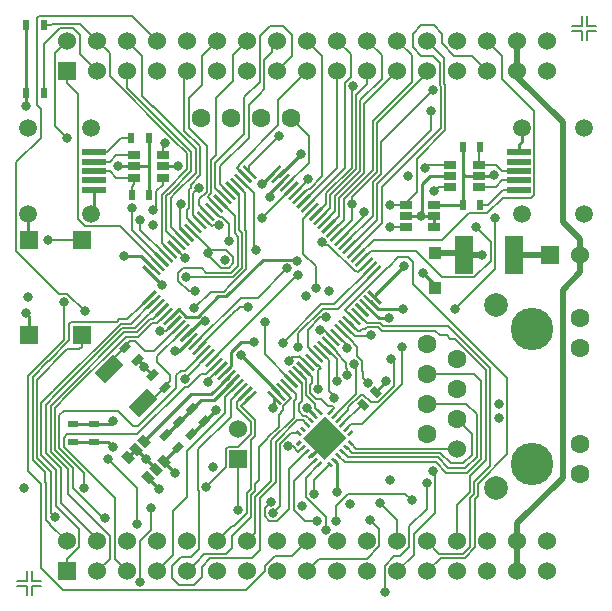
<source format=gtl>
G04 #@! TF.FileFunction,Copper,L1,Top,Signal*
%FSLAX46Y46*%
G04 Gerber Fmt 4.6, Leading zero omitted, Abs format (unit mm)*
G04 Created by KiCad (PCBNEW 4.0.7) date 04/11/18 17:00:27*
%MOMM*%
%LPD*%
G01*
G04 APERTURE LIST*
%ADD10C,0.100000*%
%ADD11C,0.203200*%
%ADD12R,1.000000X0.700000*%
%ADD13C,1.524000*%
%ADD14C,1.600000*%
%ADD15C,3.600000*%
%ADD16C,2.000000*%
%ADD17R,2.000000X0.500000*%
%ADD18C,1.500000*%
%ADD19R,1.524000X1.524000*%
%ADD20R,0.900000X0.600000*%
%ADD21R,1.000000X1.000000*%
%ADD22R,1.500000X3.200000*%
%ADD23R,0.600000X0.900000*%
%ADD24R,1.600000X1.600000*%
%ADD25C,0.812800*%
%ADD26C,0.177800*%
%ADD27C,0.254000*%
%ADD28C,0.508000*%
G04 APERTURE END LIST*
D10*
D11*
X1296800Y1296800D02*
X484000Y1296800D01*
X1296800Y1296800D02*
X1296800Y484000D01*
X1703200Y1703200D02*
X1703200Y2516000D01*
X1703200Y1703200D02*
X2516000Y1703200D01*
X1703200Y1296800D02*
X1703200Y484000D01*
X1703200Y1296800D02*
X2516000Y1296800D01*
X1296800Y1703200D02*
X484000Y1703200D01*
X1296800Y1703200D02*
X1296800Y2516000D01*
X48296800Y48296800D02*
X47484000Y48296800D01*
X48296800Y48296800D02*
X48296800Y47484000D01*
X48703200Y48703200D02*
X48703200Y49516000D01*
X48703200Y48703200D02*
X49516000Y48703200D01*
X48703200Y48296800D02*
X48703200Y47484000D01*
X48703200Y48296800D02*
X49516000Y48296800D01*
X48296800Y48703200D02*
X47484000Y48703200D01*
X48296800Y48703200D02*
X48296800Y49516000D01*
D10*
G36*
X12272776Y26156282D02*
X11212116Y25095622D01*
X11035340Y25272398D01*
X12096000Y26333058D01*
X12272776Y26156282D01*
X12272776Y26156282D01*
G37*
G36*
X12626330Y25802728D02*
X11565670Y24742068D01*
X11388894Y24918844D01*
X12449554Y25979504D01*
X12626330Y25802728D01*
X12626330Y25802728D01*
G37*
G36*
X12979883Y25449175D02*
X11919223Y24388515D01*
X11742447Y24565291D01*
X12803107Y25625951D01*
X12979883Y25449175D01*
X12979883Y25449175D01*
G37*
G36*
X13333437Y25095622D02*
X12272777Y24034962D01*
X12096001Y24211738D01*
X13156661Y25272398D01*
X13333437Y25095622D01*
X13333437Y25095622D01*
G37*
G36*
X13686990Y24742068D02*
X12626330Y23681408D01*
X12449554Y23858184D01*
X13510214Y24918844D01*
X13686990Y24742068D01*
X13686990Y24742068D01*
G37*
G36*
X14040543Y24388515D02*
X12979883Y23327855D01*
X12803107Y23504631D01*
X13863767Y24565291D01*
X14040543Y24388515D01*
X14040543Y24388515D01*
G37*
G36*
X14394097Y24034961D02*
X13333437Y22974301D01*
X13156661Y23151077D01*
X14217321Y24211737D01*
X14394097Y24034961D01*
X14394097Y24034961D01*
G37*
G36*
X14747650Y23681408D02*
X13686990Y22620748D01*
X13510214Y22797524D01*
X14570874Y23858184D01*
X14747650Y23681408D01*
X14747650Y23681408D01*
G37*
G36*
X15101204Y23327855D02*
X14040544Y22267195D01*
X13863768Y22443971D01*
X14924428Y23504631D01*
X15101204Y23327855D01*
X15101204Y23327855D01*
G37*
G36*
X15454757Y22974301D02*
X14394097Y21913641D01*
X14217321Y22090417D01*
X15277981Y23151077D01*
X15454757Y22974301D01*
X15454757Y22974301D01*
G37*
G36*
X15808310Y22620748D02*
X14747650Y21560088D01*
X14570874Y21736864D01*
X15631534Y22797524D01*
X15808310Y22620748D01*
X15808310Y22620748D01*
G37*
G36*
X16161864Y22267195D02*
X15101204Y21206535D01*
X14924428Y21383311D01*
X15985088Y22443971D01*
X16161864Y22267195D01*
X16161864Y22267195D01*
G37*
G36*
X16515417Y21913641D02*
X15454757Y20852981D01*
X15277981Y21029757D01*
X16338641Y22090417D01*
X16515417Y21913641D01*
X16515417Y21913641D01*
G37*
G36*
X16868971Y21560088D02*
X15808311Y20499428D01*
X15631535Y20676204D01*
X16692195Y21736864D01*
X16868971Y21560088D01*
X16868971Y21560088D01*
G37*
G36*
X17222524Y21206534D02*
X16161864Y20145874D01*
X15985088Y20322650D01*
X17045748Y21383310D01*
X17222524Y21206534D01*
X17222524Y21206534D01*
G37*
G36*
X17576077Y20852981D02*
X16515417Y19792321D01*
X16338641Y19969097D01*
X17399301Y21029757D01*
X17576077Y20852981D01*
X17576077Y20852981D01*
G37*
G36*
X17929631Y20499428D02*
X16868971Y19438768D01*
X16692195Y19615544D01*
X17752855Y20676204D01*
X17929631Y20499428D01*
X17929631Y20499428D01*
G37*
G36*
X18283184Y20145874D02*
X17222524Y19085214D01*
X17045748Y19261990D01*
X18106408Y20322650D01*
X18283184Y20145874D01*
X18283184Y20145874D01*
G37*
G36*
X18636737Y19792321D02*
X17576077Y18731661D01*
X17399301Y18908437D01*
X18459961Y19969097D01*
X18636737Y19792321D01*
X18636737Y19792321D01*
G37*
G36*
X18990291Y19438767D02*
X17929631Y18378107D01*
X17752855Y18554883D01*
X18813515Y19615543D01*
X18990291Y19438767D01*
X18990291Y19438767D01*
G37*
G36*
X19343844Y19085214D02*
X18283184Y18024554D01*
X18106408Y18201330D01*
X19167068Y19261990D01*
X19343844Y19085214D01*
X19343844Y19085214D01*
G37*
G36*
X19697398Y18731661D02*
X18636738Y17671001D01*
X18459962Y17847777D01*
X19520622Y18908437D01*
X19697398Y18731661D01*
X19697398Y18731661D01*
G37*
G36*
X20050951Y18378107D02*
X18990291Y17317447D01*
X18813515Y17494223D01*
X19874175Y18554883D01*
X20050951Y18378107D01*
X20050951Y18378107D01*
G37*
G36*
X20404504Y18024554D02*
X19343844Y16963894D01*
X19167068Y17140670D01*
X20227728Y18201330D01*
X20404504Y18024554D01*
X20404504Y18024554D01*
G37*
G36*
X20758058Y17671000D02*
X19697398Y16610340D01*
X19520622Y16787116D01*
X20581282Y17847776D01*
X20758058Y17671000D01*
X20758058Y17671000D01*
G37*
G36*
X22702602Y16610340D02*
X21641942Y17671000D01*
X21818718Y17847776D01*
X22879378Y16787116D01*
X22702602Y16610340D01*
X22702602Y16610340D01*
G37*
G36*
X23056156Y16963894D02*
X21995496Y18024554D01*
X22172272Y18201330D01*
X23232932Y17140670D01*
X23056156Y16963894D01*
X23056156Y16963894D01*
G37*
G36*
X23409709Y17317447D02*
X22349049Y18378107D01*
X22525825Y18554883D01*
X23586485Y17494223D01*
X23409709Y17317447D01*
X23409709Y17317447D01*
G37*
G36*
X23763262Y17671001D02*
X22702602Y18731661D01*
X22879378Y18908437D01*
X23940038Y17847777D01*
X23763262Y17671001D01*
X23763262Y17671001D01*
G37*
G36*
X24116816Y18024554D02*
X23056156Y19085214D01*
X23232932Y19261990D01*
X24293592Y18201330D01*
X24116816Y18024554D01*
X24116816Y18024554D01*
G37*
G36*
X24470369Y18378107D02*
X23409709Y19438767D01*
X23586485Y19615543D01*
X24647145Y18554883D01*
X24470369Y18378107D01*
X24470369Y18378107D01*
G37*
G36*
X24823923Y18731661D02*
X23763263Y19792321D01*
X23940039Y19969097D01*
X25000699Y18908437D01*
X24823923Y18731661D01*
X24823923Y18731661D01*
G37*
G36*
X25177476Y19085214D02*
X24116816Y20145874D01*
X24293592Y20322650D01*
X25354252Y19261990D01*
X25177476Y19085214D01*
X25177476Y19085214D01*
G37*
G36*
X25531029Y19438768D02*
X24470369Y20499428D01*
X24647145Y20676204D01*
X25707805Y19615544D01*
X25531029Y19438768D01*
X25531029Y19438768D01*
G37*
G36*
X25884583Y19792321D02*
X24823923Y20852981D01*
X25000699Y21029757D01*
X26061359Y19969097D01*
X25884583Y19792321D01*
X25884583Y19792321D01*
G37*
G36*
X26238136Y20145874D02*
X25177476Y21206534D01*
X25354252Y21383310D01*
X26414912Y20322650D01*
X26238136Y20145874D01*
X26238136Y20145874D01*
G37*
G36*
X26591689Y20499428D02*
X25531029Y21560088D01*
X25707805Y21736864D01*
X26768465Y20676204D01*
X26591689Y20499428D01*
X26591689Y20499428D01*
G37*
G36*
X26945243Y20852981D02*
X25884583Y21913641D01*
X26061359Y22090417D01*
X27122019Y21029757D01*
X26945243Y20852981D01*
X26945243Y20852981D01*
G37*
G36*
X27298796Y21206535D02*
X26238136Y22267195D01*
X26414912Y22443971D01*
X27475572Y21383311D01*
X27298796Y21206535D01*
X27298796Y21206535D01*
G37*
G36*
X27652350Y21560088D02*
X26591690Y22620748D01*
X26768466Y22797524D01*
X27829126Y21736864D01*
X27652350Y21560088D01*
X27652350Y21560088D01*
G37*
G36*
X28005903Y21913641D02*
X26945243Y22974301D01*
X27122019Y23151077D01*
X28182679Y22090417D01*
X28005903Y21913641D01*
X28005903Y21913641D01*
G37*
G36*
X28359456Y22267195D02*
X27298796Y23327855D01*
X27475572Y23504631D01*
X28536232Y22443971D01*
X28359456Y22267195D01*
X28359456Y22267195D01*
G37*
G36*
X28713010Y22620748D02*
X27652350Y23681408D01*
X27829126Y23858184D01*
X28889786Y22797524D01*
X28713010Y22620748D01*
X28713010Y22620748D01*
G37*
G36*
X29066563Y22974301D02*
X28005903Y24034961D01*
X28182679Y24211737D01*
X29243339Y23151077D01*
X29066563Y22974301D01*
X29066563Y22974301D01*
G37*
G36*
X29420117Y23327855D02*
X28359457Y24388515D01*
X28536233Y24565291D01*
X29596893Y23504631D01*
X29420117Y23327855D01*
X29420117Y23327855D01*
G37*
G36*
X29773670Y23681408D02*
X28713010Y24742068D01*
X28889786Y24918844D01*
X29950446Y23858184D01*
X29773670Y23681408D01*
X29773670Y23681408D01*
G37*
G36*
X30127223Y24034962D02*
X29066563Y25095622D01*
X29243339Y25272398D01*
X30303999Y24211738D01*
X30127223Y24034962D01*
X30127223Y24034962D01*
G37*
G36*
X30480777Y24388515D02*
X29420117Y25449175D01*
X29596893Y25625951D01*
X30657553Y24565291D01*
X30480777Y24388515D01*
X30480777Y24388515D01*
G37*
G36*
X30834330Y24742068D02*
X29773670Y25802728D01*
X29950446Y25979504D01*
X31011106Y24918844D01*
X30834330Y24742068D01*
X30834330Y24742068D01*
G37*
G36*
X31187884Y25095622D02*
X30127224Y26156282D01*
X30304000Y26333058D01*
X31364660Y25272398D01*
X31187884Y25095622D01*
X31187884Y25095622D01*
G37*
G36*
X31364660Y28277602D02*
X30304000Y27216942D01*
X30127224Y27393718D01*
X31187884Y28454378D01*
X31364660Y28277602D01*
X31364660Y28277602D01*
G37*
G36*
X31011106Y28631156D02*
X29950446Y27570496D01*
X29773670Y27747272D01*
X30834330Y28807932D01*
X31011106Y28631156D01*
X31011106Y28631156D01*
G37*
G36*
X30657553Y28984709D02*
X29596893Y27924049D01*
X29420117Y28100825D01*
X30480777Y29161485D01*
X30657553Y28984709D01*
X30657553Y28984709D01*
G37*
G36*
X30303999Y29338262D02*
X29243339Y28277602D01*
X29066563Y28454378D01*
X30127223Y29515038D01*
X30303999Y29338262D01*
X30303999Y29338262D01*
G37*
G36*
X29950446Y29691816D02*
X28889786Y28631156D01*
X28713010Y28807932D01*
X29773670Y29868592D01*
X29950446Y29691816D01*
X29950446Y29691816D01*
G37*
G36*
X29596893Y30045369D02*
X28536233Y28984709D01*
X28359457Y29161485D01*
X29420117Y30222145D01*
X29596893Y30045369D01*
X29596893Y30045369D01*
G37*
G36*
X29243339Y30398923D02*
X28182679Y29338263D01*
X28005903Y29515039D01*
X29066563Y30575699D01*
X29243339Y30398923D01*
X29243339Y30398923D01*
G37*
G36*
X28889786Y30752476D02*
X27829126Y29691816D01*
X27652350Y29868592D01*
X28713010Y30929252D01*
X28889786Y30752476D01*
X28889786Y30752476D01*
G37*
G36*
X28536232Y31106029D02*
X27475572Y30045369D01*
X27298796Y30222145D01*
X28359456Y31282805D01*
X28536232Y31106029D01*
X28536232Y31106029D01*
G37*
G36*
X28182679Y31459583D02*
X27122019Y30398923D01*
X26945243Y30575699D01*
X28005903Y31636359D01*
X28182679Y31459583D01*
X28182679Y31459583D01*
G37*
G36*
X27829126Y31813136D02*
X26768466Y30752476D01*
X26591690Y30929252D01*
X27652350Y31989912D01*
X27829126Y31813136D01*
X27829126Y31813136D01*
G37*
G36*
X27475572Y32166689D02*
X26414912Y31106029D01*
X26238136Y31282805D01*
X27298796Y32343465D01*
X27475572Y32166689D01*
X27475572Y32166689D01*
G37*
G36*
X27122019Y32520243D02*
X26061359Y31459583D01*
X25884583Y31636359D01*
X26945243Y32697019D01*
X27122019Y32520243D01*
X27122019Y32520243D01*
G37*
G36*
X26768465Y32873796D02*
X25707805Y31813136D01*
X25531029Y31989912D01*
X26591689Y33050572D01*
X26768465Y32873796D01*
X26768465Y32873796D01*
G37*
G36*
X26414912Y33227350D02*
X25354252Y32166690D01*
X25177476Y32343466D01*
X26238136Y33404126D01*
X26414912Y33227350D01*
X26414912Y33227350D01*
G37*
G36*
X26061359Y33580903D02*
X25000699Y32520243D01*
X24823923Y32697019D01*
X25884583Y33757679D01*
X26061359Y33580903D01*
X26061359Y33580903D01*
G37*
G36*
X25707805Y33934456D02*
X24647145Y32873796D01*
X24470369Y33050572D01*
X25531029Y34111232D01*
X25707805Y33934456D01*
X25707805Y33934456D01*
G37*
G36*
X25354252Y34288010D02*
X24293592Y33227350D01*
X24116816Y33404126D01*
X25177476Y34464786D01*
X25354252Y34288010D01*
X25354252Y34288010D01*
G37*
G36*
X25000699Y34641563D02*
X23940039Y33580903D01*
X23763263Y33757679D01*
X24823923Y34818339D01*
X25000699Y34641563D01*
X25000699Y34641563D01*
G37*
G36*
X24647145Y34995117D02*
X23586485Y33934457D01*
X23409709Y34111233D01*
X24470369Y35171893D01*
X24647145Y34995117D01*
X24647145Y34995117D01*
G37*
G36*
X24293592Y35348670D02*
X23232932Y34288010D01*
X23056156Y34464786D01*
X24116816Y35525446D01*
X24293592Y35348670D01*
X24293592Y35348670D01*
G37*
G36*
X23940038Y35702223D02*
X22879378Y34641563D01*
X22702602Y34818339D01*
X23763262Y35878999D01*
X23940038Y35702223D01*
X23940038Y35702223D01*
G37*
G36*
X23586485Y36055777D02*
X22525825Y34995117D01*
X22349049Y35171893D01*
X23409709Y36232553D01*
X23586485Y36055777D01*
X23586485Y36055777D01*
G37*
G36*
X23232932Y36409330D02*
X22172272Y35348670D01*
X21995496Y35525446D01*
X23056156Y36586106D01*
X23232932Y36409330D01*
X23232932Y36409330D01*
G37*
G36*
X22879378Y36762884D02*
X21818718Y35702224D01*
X21641942Y35879000D01*
X22702602Y36939660D01*
X22879378Y36762884D01*
X22879378Y36762884D01*
G37*
G36*
X20581282Y35702224D02*
X19520622Y36762884D01*
X19697398Y36939660D01*
X20758058Y35879000D01*
X20581282Y35702224D01*
X20581282Y35702224D01*
G37*
G36*
X20227728Y35348670D02*
X19167068Y36409330D01*
X19343844Y36586106D01*
X20404504Y35525446D01*
X20227728Y35348670D01*
X20227728Y35348670D01*
G37*
G36*
X19874175Y34995117D02*
X18813515Y36055777D01*
X18990291Y36232553D01*
X20050951Y35171893D01*
X19874175Y34995117D01*
X19874175Y34995117D01*
G37*
G36*
X19520622Y34641563D02*
X18459962Y35702223D01*
X18636738Y35878999D01*
X19697398Y34818339D01*
X19520622Y34641563D01*
X19520622Y34641563D01*
G37*
G36*
X19167068Y34288010D02*
X18106408Y35348670D01*
X18283184Y35525446D01*
X19343844Y34464786D01*
X19167068Y34288010D01*
X19167068Y34288010D01*
G37*
G36*
X18813515Y33934457D02*
X17752855Y34995117D01*
X17929631Y35171893D01*
X18990291Y34111233D01*
X18813515Y33934457D01*
X18813515Y33934457D01*
G37*
G36*
X18459961Y33580903D02*
X17399301Y34641563D01*
X17576077Y34818339D01*
X18636737Y33757679D01*
X18459961Y33580903D01*
X18459961Y33580903D01*
G37*
G36*
X18106408Y33227350D02*
X17045748Y34288010D01*
X17222524Y34464786D01*
X18283184Y33404126D01*
X18106408Y33227350D01*
X18106408Y33227350D01*
G37*
G36*
X17752855Y32873796D02*
X16692195Y33934456D01*
X16868971Y34111232D01*
X17929631Y33050572D01*
X17752855Y32873796D01*
X17752855Y32873796D01*
G37*
G36*
X17399301Y32520243D02*
X16338641Y33580903D01*
X16515417Y33757679D01*
X17576077Y32697019D01*
X17399301Y32520243D01*
X17399301Y32520243D01*
G37*
G36*
X17045748Y32166690D02*
X15985088Y33227350D01*
X16161864Y33404126D01*
X17222524Y32343466D01*
X17045748Y32166690D01*
X17045748Y32166690D01*
G37*
G36*
X16692195Y31813136D02*
X15631535Y32873796D01*
X15808311Y33050572D01*
X16868971Y31989912D01*
X16692195Y31813136D01*
X16692195Y31813136D01*
G37*
G36*
X16338641Y31459583D02*
X15277981Y32520243D01*
X15454757Y32697019D01*
X16515417Y31636359D01*
X16338641Y31459583D01*
X16338641Y31459583D01*
G37*
G36*
X15985088Y31106029D02*
X14924428Y32166689D01*
X15101204Y32343465D01*
X16161864Y31282805D01*
X15985088Y31106029D01*
X15985088Y31106029D01*
G37*
G36*
X15631534Y30752476D02*
X14570874Y31813136D01*
X14747650Y31989912D01*
X15808310Y30929252D01*
X15631534Y30752476D01*
X15631534Y30752476D01*
G37*
G36*
X15277981Y30398923D02*
X14217321Y31459583D01*
X14394097Y31636359D01*
X15454757Y30575699D01*
X15277981Y30398923D01*
X15277981Y30398923D01*
G37*
G36*
X14924428Y30045369D02*
X13863768Y31106029D01*
X14040544Y31282805D01*
X15101204Y30222145D01*
X14924428Y30045369D01*
X14924428Y30045369D01*
G37*
G36*
X14570874Y29691816D02*
X13510214Y30752476D01*
X13686990Y30929252D01*
X14747650Y29868592D01*
X14570874Y29691816D01*
X14570874Y29691816D01*
G37*
G36*
X14217321Y29338263D02*
X13156661Y30398923D01*
X13333437Y30575699D01*
X14394097Y29515039D01*
X14217321Y29338263D01*
X14217321Y29338263D01*
G37*
G36*
X13863767Y28984709D02*
X12803107Y30045369D01*
X12979883Y30222145D01*
X14040543Y29161485D01*
X13863767Y28984709D01*
X13863767Y28984709D01*
G37*
G36*
X13510214Y28631156D02*
X12449554Y29691816D01*
X12626330Y29868592D01*
X13686990Y28807932D01*
X13510214Y28631156D01*
X13510214Y28631156D01*
G37*
G36*
X13156661Y28277602D02*
X12096001Y29338262D01*
X12272777Y29515038D01*
X13333437Y28454378D01*
X13156661Y28277602D01*
X13156661Y28277602D01*
G37*
G36*
X12803107Y27924049D02*
X11742447Y28984709D01*
X11919223Y29161485D01*
X12979883Y28100825D01*
X12803107Y27924049D01*
X12803107Y27924049D01*
G37*
G36*
X12449554Y27570496D02*
X11388894Y28631156D01*
X11565670Y28807932D01*
X12626330Y27747272D01*
X12449554Y27570496D01*
X12449554Y27570496D01*
G37*
G36*
X12096000Y27216942D02*
X11035340Y28277602D01*
X11212116Y28454378D01*
X12272776Y27393718D01*
X12096000Y27216942D01*
X12096000Y27216942D01*
G37*
G36*
X9064340Y21399264D02*
X9700736Y22035660D01*
X10125000Y21611396D01*
X9488604Y20975000D01*
X9064340Y21399264D01*
X9064340Y21399264D01*
G37*
G36*
X10125000Y20338604D02*
X10761396Y20975000D01*
X11185660Y20550736D01*
X10549264Y19914340D01*
X10125000Y20338604D01*
X10125000Y20338604D01*
G37*
G36*
X13510660Y18225736D02*
X12874264Y17589340D01*
X12450000Y18013604D01*
X13086396Y18650000D01*
X13510660Y18225736D01*
X13510660Y18225736D01*
G37*
G36*
X12450000Y19286396D02*
X11813604Y18650000D01*
X11389340Y19074264D01*
X12025736Y19710660D01*
X12450000Y19286396D01*
X12450000Y19286396D01*
G37*
D12*
X37150000Y36950000D03*
X37150000Y36000000D03*
X37150000Y35050000D03*
X39550000Y35050000D03*
X39550000Y36000000D03*
X39550000Y36950000D03*
X12800000Y35850000D03*
X12800000Y36800000D03*
X12800000Y37750000D03*
X10400000Y37750000D03*
X10400000Y36800000D03*
X10400000Y35850000D03*
D13*
X37700000Y12900000D03*
D14*
X35160000Y14170000D03*
X37700000Y15440000D03*
X35160000Y16710000D03*
X37700000Y17980000D03*
X35160000Y19250000D03*
X37700000Y20520000D03*
X35160000Y21790000D03*
X48110000Y10720000D03*
X48110000Y13260000D03*
X48110000Y21430000D03*
X48110000Y23970000D03*
D15*
X44050000Y11630000D03*
X44050000Y23060000D03*
D16*
X41000000Y9600000D03*
X41000000Y25090000D03*
D17*
X42950000Y36400000D03*
X42950000Y37200000D03*
X42950000Y38000000D03*
X42950000Y34800000D03*
X42950000Y35600000D03*
D18*
X43200000Y32750000D03*
X43200000Y40050000D03*
X48500000Y32750000D03*
X48500000Y40050000D03*
D17*
X6950000Y36400000D03*
X6950000Y35600000D03*
X6950000Y34800000D03*
X6950000Y38000000D03*
X6950000Y37200000D03*
D18*
X6700000Y40050000D03*
X6700000Y32750000D03*
X1400000Y40050000D03*
X1400000Y32750000D03*
D10*
G36*
X27192965Y11508974D02*
X27023259Y11339268D01*
X26669705Y11692822D01*
X26839411Y11862528D01*
X27192965Y11508974D01*
X27192965Y11508974D01*
G37*
G36*
X27546519Y11862527D02*
X27376813Y11692821D01*
X27023259Y12046375D01*
X27192965Y12216081D01*
X27546519Y11862527D01*
X27546519Y11862527D01*
G37*
G36*
X27900072Y12216081D02*
X27730366Y12046375D01*
X27376812Y12399929D01*
X27546518Y12569635D01*
X27900072Y12216081D01*
X27900072Y12216081D01*
G37*
G36*
X28253625Y12569634D02*
X28083919Y12399928D01*
X27730365Y12753482D01*
X27900071Y12923188D01*
X28253625Y12569634D01*
X28253625Y12569634D01*
G37*
G36*
X28607179Y12923187D02*
X28437473Y12753481D01*
X28083919Y13107035D01*
X28253625Y13276741D01*
X28607179Y12923187D01*
X28607179Y12923187D01*
G37*
G36*
X28960732Y13276741D02*
X28791026Y13107035D01*
X28437472Y13460589D01*
X28607178Y13630295D01*
X28960732Y13276741D01*
X28960732Y13276741D01*
G37*
G36*
X28791026Y14492965D02*
X28960732Y14323259D01*
X28607178Y13969705D01*
X28437472Y14139411D01*
X28791026Y14492965D01*
X28791026Y14492965D01*
G37*
G36*
X28437473Y14846519D02*
X28607179Y14676813D01*
X28253625Y14323259D01*
X28083919Y14492965D01*
X28437473Y14846519D01*
X28437473Y14846519D01*
G37*
G36*
X28083919Y15200072D02*
X28253625Y15030366D01*
X27900071Y14676812D01*
X27730365Y14846518D01*
X28083919Y15200072D01*
X28083919Y15200072D01*
G37*
G36*
X27730366Y15553625D02*
X27900072Y15383919D01*
X27546518Y15030365D01*
X27376812Y15200071D01*
X27730366Y15553625D01*
X27730366Y15553625D01*
G37*
G36*
X27376813Y15907179D02*
X27546519Y15737473D01*
X27192965Y15383919D01*
X27023259Y15553625D01*
X27376813Y15907179D01*
X27376813Y15907179D01*
G37*
G36*
X27023259Y16260732D02*
X27192965Y16091026D01*
X26839411Y15737472D01*
X26669705Y15907178D01*
X27023259Y16260732D01*
X27023259Y16260732D01*
G37*
G36*
X26330295Y15907178D02*
X26160589Y15737472D01*
X25807035Y16091026D01*
X25976741Y16260732D01*
X26330295Y15907178D01*
X26330295Y15907178D01*
G37*
G36*
X25976741Y15553625D02*
X25807035Y15383919D01*
X25453481Y15737473D01*
X25623187Y15907179D01*
X25976741Y15553625D01*
X25976741Y15553625D01*
G37*
G36*
X25623188Y15200071D02*
X25453482Y15030365D01*
X25099928Y15383919D01*
X25269634Y15553625D01*
X25623188Y15200071D01*
X25623188Y15200071D01*
G37*
G36*
X25269635Y14846518D02*
X25099929Y14676812D01*
X24746375Y15030366D01*
X24916081Y15200072D01*
X25269635Y14846518D01*
X25269635Y14846518D01*
G37*
G36*
X24916081Y14492965D02*
X24746375Y14323259D01*
X24392821Y14676813D01*
X24562527Y14846519D01*
X24916081Y14492965D01*
X24916081Y14492965D01*
G37*
G36*
X24562528Y14139411D02*
X24392822Y13969705D01*
X24039268Y14323259D01*
X24208974Y14492965D01*
X24562528Y14139411D01*
X24562528Y14139411D01*
G37*
G36*
X24392822Y13630295D02*
X24562528Y13460589D01*
X24208974Y13107035D01*
X24039268Y13276741D01*
X24392822Y13630295D01*
X24392822Y13630295D01*
G37*
G36*
X24746375Y13276741D02*
X24916081Y13107035D01*
X24562527Y12753481D01*
X24392821Y12923187D01*
X24746375Y13276741D01*
X24746375Y13276741D01*
G37*
G36*
X25099929Y12923188D02*
X25269635Y12753482D01*
X24916081Y12399928D01*
X24746375Y12569634D01*
X25099929Y12923188D01*
X25099929Y12923188D01*
G37*
G36*
X25453482Y12569635D02*
X25623188Y12399929D01*
X25269634Y12046375D01*
X25099928Y12216081D01*
X25453482Y12569635D01*
X25453482Y12569635D01*
G37*
G36*
X25807035Y12216081D02*
X25976741Y12046375D01*
X25623187Y11692821D01*
X25453481Y11862527D01*
X25807035Y12216081D01*
X25807035Y12216081D01*
G37*
G36*
X26160589Y11862528D02*
X26330295Y11692822D01*
X25976741Y11339268D01*
X25807035Y11508974D01*
X26160589Y11862528D01*
X26160589Y11862528D01*
G37*
G36*
X26500000Y15638478D02*
X28338478Y13800000D01*
X26500000Y11961522D01*
X24661522Y13800000D01*
X26500000Y15638478D01*
X26500000Y15638478D01*
G37*
D12*
X33400000Y33550000D03*
X33400000Y32600000D03*
X33400000Y31650000D03*
X35800000Y31650000D03*
X35800000Y32600000D03*
X35800000Y33550000D03*
D10*
G36*
X7044705Y19317731D02*
X8607269Y20880295D01*
X9505295Y19982269D01*
X7942731Y18419705D01*
X7044705Y19317731D01*
X7044705Y19317731D01*
G37*
G36*
X9918387Y16444049D02*
X11480951Y18006613D01*
X12378977Y17108587D01*
X10816413Y15546023D01*
X9918387Y16444049D01*
X9918387Y16444049D01*
G37*
D13*
X4700000Y5040000D03*
D19*
X4700000Y2500000D03*
D13*
X7240000Y5040000D03*
X7240000Y2500000D03*
X9780000Y5040000D03*
X9780000Y2500000D03*
X12320000Y5040000D03*
X12320000Y2500000D03*
X14860000Y5040000D03*
X14860000Y2500000D03*
X17400000Y5040000D03*
X17400000Y2500000D03*
X19940000Y5040000D03*
X19940000Y2500000D03*
X22480000Y5040000D03*
X22480000Y2500000D03*
X25020000Y5040000D03*
X25020000Y2500000D03*
X27560000Y5040000D03*
X27560000Y2500000D03*
X30100000Y5040000D03*
X30100000Y2500000D03*
X32640000Y5040000D03*
X32640000Y2500000D03*
X35180000Y5040000D03*
X35180000Y2500000D03*
X37720000Y5040000D03*
X37720000Y2500000D03*
X40260000Y5040000D03*
X40260000Y2500000D03*
X42800000Y5040000D03*
X42800000Y2500000D03*
X45340000Y5040000D03*
X45340000Y2500000D03*
X4700000Y47440000D03*
D19*
X4700000Y44900000D03*
D13*
X7240000Y47440000D03*
X7240000Y44900000D03*
X9780000Y47440000D03*
X9780000Y44900000D03*
X12320000Y47440000D03*
X12320000Y44900000D03*
X14860000Y47440000D03*
X14860000Y44900000D03*
X17400000Y47440000D03*
X17400000Y44900000D03*
X19940000Y47440000D03*
X19940000Y44900000D03*
X22480000Y47440000D03*
X22480000Y44900000D03*
X25020000Y47440000D03*
X25020000Y44900000D03*
X27560000Y47440000D03*
X27560000Y44900000D03*
X30100000Y47440000D03*
X30100000Y44900000D03*
X32640000Y47440000D03*
X32640000Y44900000D03*
X35180000Y47440000D03*
X35180000Y44900000D03*
X37720000Y47440000D03*
X37720000Y44900000D03*
X40260000Y47440000D03*
X40260000Y44900000D03*
X42800000Y47440000D03*
X42800000Y44900000D03*
X45340000Y47440000D03*
X45340000Y44900000D03*
D10*
G36*
X13639340Y15074264D02*
X14275736Y15710660D01*
X14700000Y15286396D01*
X14063604Y14650000D01*
X13639340Y15074264D01*
X13639340Y15074264D01*
G37*
G36*
X14700000Y14013604D02*
X15336396Y14650000D01*
X15760660Y14225736D01*
X15124264Y13589340D01*
X14700000Y14013604D01*
X14700000Y14013604D01*
G37*
G36*
X14764340Y16174264D02*
X15400736Y16810660D01*
X15825000Y16386396D01*
X15188604Y15750000D01*
X14764340Y16174264D01*
X14764340Y16174264D01*
G37*
G36*
X15825000Y15113604D02*
X16461396Y15750000D01*
X16885660Y15325736D01*
X16249264Y14689340D01*
X15825000Y15113604D01*
X15825000Y15113604D01*
G37*
D20*
X7000000Y14950000D03*
X7000000Y13450000D03*
X5200000Y14950000D03*
X5200000Y13450000D03*
D21*
X35850000Y29500000D03*
X35850000Y26500000D03*
D22*
X38300000Y29300000D03*
X42500000Y29300000D03*
D10*
G36*
X14635660Y13125736D02*
X13999264Y12489340D01*
X13575000Y12913604D01*
X14211396Y13550000D01*
X14635660Y13125736D01*
X14635660Y13125736D01*
G37*
G36*
X13575000Y14186396D02*
X12938604Y13550000D01*
X12514340Y13974264D01*
X13150736Y14610660D01*
X13575000Y14186396D01*
X13575000Y14186396D01*
G37*
D13*
X19200000Y14540000D03*
D19*
X19200000Y12000000D03*
D13*
X48140000Y29300000D03*
D19*
X45600000Y29300000D03*
D10*
G36*
X30724264Y18210660D02*
X31360660Y17574264D01*
X30936396Y17150000D01*
X30300000Y17786396D01*
X30724264Y18210660D01*
X30724264Y18210660D01*
G37*
G36*
X29663604Y17150000D02*
X30300000Y16513604D01*
X29875736Y16089340D01*
X29239340Y16725736D01*
X29663604Y17150000D01*
X29663604Y17150000D01*
G37*
G36*
X11093629Y14119849D02*
X11800736Y13412742D01*
X11305761Y12917767D01*
X10598654Y13624874D01*
X11093629Y14119849D01*
X11093629Y14119849D01*
G37*
G36*
X10421878Y13448097D02*
X11128985Y12740990D01*
X10634010Y12246015D01*
X9926903Y12953122D01*
X10421878Y13448097D01*
X10421878Y13448097D01*
G37*
G36*
X9750126Y12776346D02*
X10457233Y12069239D01*
X9962258Y11574264D01*
X9255151Y12281371D01*
X9750126Y12776346D01*
X9750126Y12776346D01*
G37*
G36*
X11447183Y11079290D02*
X12154290Y10372183D01*
X11659315Y9877208D01*
X10952208Y10584315D01*
X11447183Y11079290D01*
X11447183Y11079290D01*
G37*
G36*
X12118934Y11751041D02*
X12826041Y11043934D01*
X12331066Y10548959D01*
X11623959Y11256066D01*
X12118934Y11751041D01*
X12118934Y11751041D01*
G37*
G36*
X12790685Y12422792D02*
X13497792Y11715685D01*
X13002817Y11220710D01*
X12295710Y11927817D01*
X12790685Y12422792D01*
X12790685Y12422792D01*
G37*
D14*
X23700000Y40850000D03*
X21160000Y40850000D03*
X18620000Y40850000D03*
X16080000Y40850000D03*
D23*
X2750000Y43000000D03*
X1250000Y43000000D03*
X2750000Y48800000D03*
X1250000Y48800000D03*
D24*
X5950000Y30550000D03*
X5950000Y22550000D03*
X1450000Y30550000D03*
X1450000Y22550000D03*
D23*
X38200000Y33550000D03*
X39700000Y33550000D03*
X11650000Y39200000D03*
X10150000Y39200000D03*
X11675000Y34375000D03*
X10175000Y34375000D03*
X39700000Y38450000D03*
X38200000Y38450000D03*
D25*
X34625000Y32600000D03*
X34800000Y27800000D03*
X20500000Y21900000D03*
X16400000Y23700000D03*
X8600000Y13000000D03*
X18100000Y28850000D03*
X24950000Y25850000D03*
X26900000Y26250000D03*
X41250000Y16700000D03*
X41250000Y15450000D03*
X28650000Y8200000D03*
X24550000Y8000000D03*
X31700000Y18600000D03*
X17300000Y16150000D03*
X17050000Y11300000D03*
X1250000Y24350000D03*
X11350000Y12025000D03*
X14125000Y36800000D03*
X24475000Y37825000D03*
X33100000Y24700000D03*
X9525000Y29200000D03*
X11250000Y19850000D03*
X26500000Y13800000D03*
X22155700Y16328700D03*
X1044700Y9554000D03*
X23300000Y28150000D03*
X20050000Y24900000D03*
X26243200Y30427900D03*
X35800000Y34700000D03*
X35016800Y36670500D03*
X39302600Y31685200D03*
X25099800Y35718000D03*
X13013000Y38782900D03*
X12012200Y33090700D03*
X21230000Y32415400D03*
X25743100Y26483400D03*
X28891000Y43582700D03*
X14800900Y27428200D03*
X15561500Y26247100D03*
X15452600Y24770100D03*
X20685900Y29756100D03*
X22645800Y39361900D03*
X7900000Y7050000D03*
X14675800Y18793400D03*
X16673300Y18554000D03*
X10582200Y6536500D03*
X8171800Y12008500D03*
X21434200Y23657900D03*
X23462300Y20319100D03*
X25986000Y17911200D03*
X4410400Y25347700D03*
X16645300Y29495900D03*
X27268400Y17175100D03*
X27521600Y18648800D03*
X30382800Y6872000D03*
X28405300Y19170900D03*
X26094800Y22967400D03*
X28389300Y21456800D03*
X30426200Y22526400D03*
X35710500Y10961100D03*
X26594400Y24018600D03*
X4717700Y39199800D03*
X10170700Y33304600D03*
X10872200Y32213700D03*
X12590900Y22882100D03*
X6186800Y24509600D03*
X14369700Y33571300D03*
X15834600Y34940200D03*
X17531200Y31800600D03*
X18402200Y30440000D03*
X40925000Y32459400D03*
X37561500Y24724600D03*
X33079100Y21535900D03*
X29850000Y32900000D03*
X32075000Y33525000D03*
X32075000Y31650000D03*
X28820800Y33627700D03*
X35503300Y41467300D03*
X35696000Y43257800D03*
X29014900Y20034700D03*
X24212100Y27634600D03*
X16497600Y9677400D03*
X11802100Y7857200D03*
X10846000Y1624600D03*
X31611000Y787900D03*
X35164100Y9987200D03*
X32086400Y20502500D03*
X23436000Y13080100D03*
X24269700Y21485800D03*
X21987500Y8414200D03*
X22983900Y21863800D03*
X24148500Y28748000D03*
X31950000Y23950000D03*
X21900000Y34200000D03*
X25600000Y9050000D03*
X27550000Y9200000D03*
X19400000Y20800000D03*
X13800000Y21200000D03*
X8600000Y15200000D03*
X11950000Y31850000D03*
X13800000Y10850000D03*
X12500000Y9500000D03*
X1350000Y25700000D03*
X9025000Y36825000D03*
X21225000Y35275000D03*
X40875000Y36025000D03*
X39825000Y29275000D03*
X33250000Y28400000D03*
X12750000Y26750000D03*
X33525000Y35987400D03*
X1250000Y41929700D03*
X32060300Y10232000D03*
X24989800Y16370800D03*
X19200000Y7676600D03*
X22118400Y7413500D03*
X25881100Y6739300D03*
X27452200Y6739300D03*
X33886200Y8509000D03*
X3650000Y7150000D03*
X6149900Y9563600D03*
X26593200Y6034500D03*
X3100000Y30600000D03*
X31174400Y8334200D03*
X30149100Y18477200D03*
X14725000Y29025000D03*
D26*
X9594700Y21487500D02*
X9594700Y21505300D01*
X8275000Y20150000D02*
X8275000Y19650000D01*
X9594700Y21470000D02*
X8275000Y20150000D01*
X9594700Y21487500D02*
X9594700Y21470000D01*
X9594700Y21505000D02*
X9594700Y21487500D01*
X10064300Y21975000D02*
X9594700Y21505000D01*
X10475000Y21975000D02*
X10064300Y21975000D01*
X11325000Y21125000D02*
X10475000Y21975000D01*
X12025000Y21125000D02*
X11325000Y21125000D01*
X14128900Y23229000D02*
X12025000Y21125000D01*
X14128900Y23239000D02*
X14128900Y23229000D01*
X14128900Y23239000D02*
X14128900Y23239500D01*
D27*
X37150000Y36000000D02*
X35450000Y36000000D01*
X34750000Y32725000D02*
X34625000Y32600000D01*
X34750000Y35300000D02*
X34750000Y32725000D01*
X35450000Y36000000D02*
X34750000Y35300000D01*
X35850000Y26500000D02*
X35850000Y26750000D01*
X35850000Y26750000D02*
X34800000Y27800000D01*
X7000000Y13450000D02*
X5200000Y13450000D01*
X8150000Y13450000D02*
X7000000Y13450000D01*
X8600000Y13000000D02*
X8150000Y13450000D01*
X43200000Y38900000D02*
X43200000Y40050000D01*
X42950000Y38650000D02*
X43200000Y38900000D01*
X42950000Y38000000D02*
X42950000Y38650000D01*
X6950000Y33000000D02*
X6700000Y32750000D01*
X6950000Y34800000D02*
X6950000Y33000000D01*
X1450000Y24150000D02*
X1250000Y24350000D01*
X1450000Y22550000D02*
X1450000Y24150000D01*
X1400000Y30600000D02*
X1450000Y30550000D01*
X1400000Y32750000D02*
X1400000Y30600000D01*
X12800000Y36800000D02*
X14125000Y36800000D01*
X35800000Y32600000D02*
X35800000Y31650000D01*
X12007600Y28192000D02*
X12007600Y28189200D01*
X11000000Y29200000D02*
X12007600Y28192000D01*
X9525000Y29200000D02*
X11000000Y29200000D01*
X26500000Y13425000D02*
X26500000Y13800000D01*
X25383000Y12308000D02*
X26500000Y13425000D01*
X25361600Y12308000D02*
X25383000Y12308000D01*
X11350000Y12025000D02*
X12225000Y11150000D01*
X35800000Y32600000D02*
X34625000Y32600000D01*
X34625000Y32600000D02*
X33400000Y32600000D01*
X12007600Y28189000D02*
X12007600Y28189200D01*
X30392400Y25361000D02*
X30392400Y25360800D01*
X31050000Y24700000D02*
X33100000Y24700000D01*
X30392400Y25358000D02*
X31050000Y24700000D01*
X30392400Y25360800D02*
X30392400Y25358000D01*
X22260700Y17229000D02*
X22260700Y17229100D01*
X22260700Y17229100D02*
X22260700Y17239000D01*
X30830300Y17680000D02*
X30830300Y17680300D01*
X30830300Y17730000D02*
X31700000Y18600000D01*
X30830300Y17680300D02*
X30830300Y17730000D01*
X14836000Y22532000D02*
X14836000Y22532400D01*
X16000000Y23700000D02*
X16400000Y23700000D01*
X14836000Y22536000D02*
X16000000Y23700000D01*
X14836000Y22532400D02*
X14836000Y22536000D01*
X9856200Y12175000D02*
X10192100Y12511000D01*
X10191900Y12511000D02*
X9856200Y12175300D01*
X10192100Y12511000D02*
X10191900Y12511000D01*
X16369700Y15220000D02*
X17300000Y16150000D01*
X16355600Y15220000D02*
X16369700Y15220000D01*
X16355600Y15220000D02*
X16355300Y15219700D01*
X15230300Y14120000D02*
X15230600Y14120000D01*
X16355300Y15220000D02*
X16355600Y15220000D01*
X15255300Y14120000D02*
X16355300Y15220000D01*
X15230600Y14120000D02*
X15255300Y14120000D01*
X15230600Y14120000D02*
X15230300Y14119700D01*
X10952700Y20147500D02*
X10655300Y20445000D01*
X10952500Y20147500D02*
X10655300Y20444700D01*
X10952700Y20147500D02*
X10952500Y20147500D01*
X11250000Y19850000D02*
X10952700Y20147500D01*
X22614200Y35967000D02*
X22614600Y35967000D01*
X22617400Y35967000D02*
X24475000Y37825000D01*
X22614600Y35967000D02*
X22617400Y35967000D01*
X22614600Y35967000D02*
X22614200Y35967400D01*
X18018000Y19350000D02*
X18018400Y19350000D01*
X19400000Y21900000D02*
X20500000Y21900000D01*
X18600000Y21100000D02*
X19400000Y21900000D01*
X18600000Y19900000D02*
X18600000Y21100000D01*
X18050400Y19350000D02*
X18600000Y19900000D01*
X18018400Y19350000D02*
X18050400Y19350000D01*
X18018400Y19350000D02*
X18018000Y19350400D01*
X22260700Y16433700D02*
X22155700Y16328700D01*
X22260700Y17229000D02*
X22260700Y16433700D01*
X11919700Y19180000D02*
X11250000Y19850000D01*
X10527900Y12847000D02*
X11350000Y12025000D01*
X10192100Y12511000D02*
X10527900Y12847000D01*
D26*
X14482500Y22886000D02*
X14482500Y22885900D01*
X11149000Y16776000D02*
X11148700Y16776000D01*
X11149000Y16776000D02*
X11148700Y16776300D01*
X12980300Y18119700D02*
X12980300Y18120000D01*
X13450000Y18589000D02*
X12980300Y18120000D01*
X13450000Y19100000D02*
X13450000Y18589000D01*
X12325000Y20225000D02*
X13450000Y19100000D01*
X12325000Y20725000D02*
X12325000Y20225000D01*
X14482500Y22882000D02*
X12325000Y20725000D01*
X14482500Y22885900D02*
X14482500Y22882000D01*
X11626300Y16776000D02*
X11149000Y16776000D01*
X12969700Y18120000D02*
X11626300Y16776000D01*
X12980300Y18120000D02*
X12969700Y18120000D01*
X15543100Y21825000D02*
X15543400Y21825000D01*
X20825000Y25675000D02*
X23300000Y28150000D01*
X19400000Y25675000D02*
X20825000Y25675000D01*
X15550300Y21825000D02*
X19400000Y25675000D01*
X15543400Y21825000D02*
X15550300Y21825000D01*
X15543400Y21825000D02*
X15543100Y21825300D01*
X19325000Y24900000D02*
X20050000Y24900000D01*
X18700000Y24275000D02*
X19325000Y24900000D01*
X15896700Y21472000D02*
X18700000Y24275000D01*
X15896700Y21471700D02*
X15896700Y21472000D01*
X37150000Y35050000D02*
X36150000Y35050000D01*
X29319700Y27823700D02*
X29200400Y27942900D01*
X29200400Y27942900D02*
X29038900Y27942900D01*
X29038900Y27942900D02*
X26831200Y30150600D01*
X26831200Y30150600D02*
X26520500Y30150600D01*
X26520500Y30150600D02*
X26243200Y30427900D01*
X29319700Y27823700D02*
X30038800Y28542800D01*
X36150000Y35050000D02*
X35800000Y34700000D01*
X35296300Y36950000D02*
X37150000Y36950000D01*
X35296300Y36950000D02*
X35016800Y36670500D01*
X29685300Y28896300D02*
X30404600Y29615600D01*
X30404600Y29615500D02*
X30404600Y29615600D01*
X34281300Y29615500D02*
X30404600Y29615500D01*
X36484800Y27412000D02*
X34281300Y29615500D01*
X39168600Y27412000D02*
X36484800Y27412000D01*
X40561100Y28804500D02*
X39168600Y27412000D01*
X40561100Y30426700D02*
X40561100Y28804500D01*
X39302600Y31685200D02*
X40561100Y30426700D01*
X41550000Y35600000D02*
X42950000Y35600000D01*
X41000000Y35050000D02*
X41550000Y35600000D01*
X39550000Y35050000D02*
X41000000Y35050000D01*
X39550000Y38300000D02*
X39700000Y38450000D01*
X39550000Y36950000D02*
X39550000Y38300000D01*
X41550000Y36400000D02*
X42950000Y36400000D01*
X41000000Y36950000D02*
X41550000Y36400000D01*
X39550000Y36950000D02*
X41000000Y36950000D01*
X12800000Y37750000D02*
X12800000Y38367000D01*
X25099800Y35624600D02*
X25099800Y35718000D01*
X24028400Y34553200D02*
X25099800Y35624600D01*
X12800000Y38569900D02*
X13013000Y38782900D01*
X12800000Y38367000D02*
X12800000Y38569900D01*
X12267300Y33345800D02*
X12012200Y33090700D01*
X12267300Y34700300D02*
X12267300Y33345800D01*
X12800000Y35233000D02*
X12267300Y34700300D01*
X12800000Y35850000D02*
X12800000Y35233000D01*
X21230000Y32461800D02*
X21230000Y32415400D01*
X23674900Y34906700D02*
X21230000Y32461800D01*
X8300000Y37200000D02*
X6950000Y37200000D01*
X8850000Y37750000D02*
X8300000Y37200000D01*
X10400000Y37750000D02*
X8850000Y37750000D01*
X10175000Y35075000D02*
X10175000Y34375000D01*
X10400000Y35300000D02*
X10175000Y35075000D01*
X10400000Y35850000D02*
X10400000Y35300000D01*
X8300000Y36400000D02*
X6950000Y36400000D01*
X8850000Y35850000D02*
X8300000Y36400000D01*
X10400000Y35850000D02*
X8850000Y35850000D01*
X25442600Y33139000D02*
X24723500Y32419900D01*
X24700000Y32443414D02*
X24723500Y32419900D01*
X24700000Y29406800D02*
X24700000Y32443414D01*
X25743100Y28363700D02*
X24700000Y29406800D01*
X25743100Y26483400D02*
X25743100Y28363700D01*
X26608000Y33597200D02*
X25796200Y32785400D01*
X26608000Y34507900D02*
X26608000Y33597200D01*
X28788800Y36688700D02*
X26608000Y34507900D01*
X28788800Y43480500D02*
X28788800Y36688700D01*
X28891000Y43582700D02*
X28788800Y43480500D01*
X19262700Y34369100D02*
X18725100Y34906700D01*
X19262700Y31438900D02*
X19262700Y34369100D01*
X19529600Y31172000D02*
X19262700Y31438900D01*
X19529600Y28213900D02*
X19529600Y31172000D01*
X18743900Y27428200D02*
X19529600Y28213900D01*
X14800900Y27428200D02*
X18743900Y27428200D01*
X18906700Y32603900D02*
X17664500Y33846100D01*
X18906700Y31113500D02*
X18906700Y32603900D01*
X19173700Y30846500D02*
X18906700Y31113500D01*
X19173700Y28361300D02*
X19173700Y30846500D01*
X18602700Y27790300D02*
X19173700Y28361300D01*
X16497800Y27790300D02*
X18602700Y27790300D01*
X16135700Y28152400D02*
X16497800Y27790300D01*
X14499300Y28152400D02*
X16135700Y28152400D01*
X14126000Y27779100D02*
X14499300Y28152400D01*
X14126000Y27125500D02*
X14126000Y27779100D01*
X15004400Y26247100D02*
X14126000Y27125500D01*
X15561500Y26247100D02*
X15004400Y26247100D01*
X18535400Y26716400D02*
X18535400Y26715978D01*
X18535400Y26716400D02*
X19886200Y28067200D01*
X19886200Y28067200D02*
X19886200Y31318700D01*
X19886200Y31318700D02*
X19797900Y31407000D01*
X19797900Y31407000D02*
X19797900Y34541000D01*
X19797900Y34541000D02*
X19798000Y34541100D01*
X19078700Y35260300D02*
X19798000Y34541100D01*
X16882500Y26200000D02*
X15452600Y24770100D01*
X18019422Y26200000D02*
X16882500Y26200000D01*
X18535400Y26715978D02*
X18019422Y26200000D01*
X20509800Y29932200D02*
X20685900Y29756100D01*
X20509800Y34536200D02*
X20509800Y29932200D01*
X19432200Y35613800D02*
X20509800Y34536200D01*
X25155500Y37094500D02*
X23321300Y35260300D01*
X25155500Y39394500D02*
X25155500Y37094500D01*
X23700000Y40850000D02*
X25155500Y39394500D01*
X20139300Y36855400D02*
X22645800Y39361900D01*
X20139300Y36320900D02*
X20139300Y36855400D01*
X3127200Y20301200D02*
X3126598Y20301200D01*
X4700000Y5040000D02*
X3267600Y6472400D01*
X3267600Y6472400D02*
X3267600Y6521000D01*
X3267600Y6521000D02*
X2911700Y6876900D01*
X2911700Y6876900D02*
X2911700Y10034600D01*
X2911700Y10034600D02*
X2833900Y10112400D01*
X2833900Y10112400D02*
X2833900Y10900300D01*
X2833900Y10900300D02*
X1780900Y11953300D01*
X1780900Y11953300D02*
X1780900Y15576800D01*
X3127200Y20301200D02*
X4883000Y22057000D01*
X4883000Y22057000D02*
X4883000Y23460600D01*
X4883000Y23460600D02*
X5039400Y23617000D01*
X5039400Y23617000D02*
X7470300Y23617000D01*
X7470300Y23617000D02*
X7493300Y23640000D01*
X7493300Y23640000D02*
X8894700Y23640000D01*
X8894700Y23640000D02*
X9090900Y23836200D01*
X9090900Y23836200D02*
X9776000Y23836200D01*
X9776000Y23836200D02*
X10935000Y24995200D01*
X10935000Y24995200D02*
X11654100Y25714300D01*
X1780900Y18955502D02*
X1780900Y15576800D01*
X3126598Y20301200D02*
X1780900Y18955502D01*
X5735500Y4564500D02*
X5735500Y6064500D01*
X3789200Y9201200D02*
X3789200Y11098100D01*
X3789200Y11098100D02*
X2513600Y12373700D01*
X2513600Y12373700D02*
X2513600Y15302900D01*
X3789200Y8010800D02*
X3789200Y9201200D01*
X5735500Y6064500D02*
X3789200Y8010800D01*
X3513500Y17746000D02*
X3496000Y17746000D01*
X3496000Y17746000D02*
X2492402Y16742402D01*
X2492402Y16742402D02*
X2492402Y15302900D01*
X2492402Y15302900D02*
X2513600Y15302900D01*
X12007600Y25360800D02*
X10127100Y23480300D01*
X9247800Y23480300D02*
X10127100Y23480300D01*
X3513500Y17746000D02*
X9247800Y23480300D01*
X4700000Y2500000D02*
X4700000Y3529000D01*
X2513600Y15302900D02*
X2513600Y15302900D01*
X4700000Y3529000D02*
X5735500Y4564500D01*
X5735500Y4564500D02*
X5740700Y4569700D01*
X4145100Y9500000D02*
X4145100Y8304900D01*
X4145100Y8304900D02*
X7240000Y5210000D01*
X7240000Y5210000D02*
X7240000Y5040000D01*
X2894400Y15150000D02*
X2894400Y16623600D01*
X3869400Y17598600D02*
X9358400Y23087600D01*
X9358400Y23087600D02*
X10434400Y23087600D01*
X10434400Y23087600D02*
X11634900Y24288100D01*
X11634900Y24288100D02*
X11642000Y24288100D01*
X11642000Y24288100D02*
X11642100Y24288100D01*
X11642100Y24288100D02*
X12361200Y25007200D01*
X2894400Y16623600D02*
X3869400Y17598600D01*
X2894400Y12496200D02*
X2894400Y15150000D01*
X2894400Y15150000D02*
X2894400Y15180400D01*
X4145100Y11245500D02*
X2894400Y12496200D01*
X4145100Y9479000D02*
X4145100Y9500000D01*
X4145100Y9500000D02*
X4145100Y11245500D01*
X6474750Y7324750D02*
X6474750Y7325250D01*
X3296100Y16522000D02*
X4404400Y17630300D01*
X4761900Y11132000D02*
X4761900Y9495900D01*
X3296100Y12597800D02*
X4761900Y11132000D01*
X3296100Y15078800D02*
X3296100Y12597800D01*
X9505800Y22731700D02*
X4404400Y17630300D01*
X10581800Y22731700D02*
X9505800Y22731700D01*
X11761500Y23911400D02*
X10581800Y22731700D01*
X11972400Y23911400D02*
X11761500Y23911400D01*
X11972400Y23911400D02*
X12714700Y24653700D01*
X3296100Y15078800D02*
X3296100Y16522000D01*
X4761900Y9038100D02*
X4761900Y9495900D01*
X6474750Y7325250D02*
X4761900Y9038100D01*
X6454900Y7344600D02*
X6474750Y7324750D01*
X6474750Y7324750D02*
X8305100Y5494400D01*
X8305100Y5494400D02*
X8305100Y3565100D01*
X8305100Y3565100D02*
X7240000Y2500000D01*
X5166000Y9595200D02*
X5166000Y9594698D01*
X3652000Y16375002D02*
X4808399Y17531401D01*
X4808399Y17530999D02*
X4808399Y17531401D01*
X5166000Y11231400D02*
X5166000Y9595200D01*
X3652000Y12745400D02*
X5166000Y11231400D01*
X3652000Y14931400D02*
X3652000Y12745400D01*
X3652000Y14931400D02*
X3652000Y16375002D01*
X7710698Y7050000D02*
X7900000Y7050000D01*
X5166000Y9594698D02*
X7710698Y7050000D01*
X9653200Y22375800D02*
X4808399Y17530999D01*
X4808399Y17530999D02*
X4808600Y17531200D01*
X10729200Y22375800D02*
X9653200Y22375800D01*
X11908900Y23555500D02*
X10729200Y22375800D01*
X12323700Y23555500D02*
X11908900Y23555500D01*
X13068300Y24300100D02*
X12323700Y23555500D01*
X15884700Y20002300D02*
X15884700Y20045500D01*
X14675800Y18793400D02*
X15884700Y20002300D01*
X16603800Y20764600D02*
X15884700Y20045500D01*
X16480900Y19227500D02*
X17310900Y20057500D01*
X16062300Y19227500D02*
X16480900Y19227500D01*
X14954800Y18120000D02*
X16062300Y19227500D01*
X14671900Y18120000D02*
X14954800Y18120000D01*
X10651900Y14100000D02*
X14671900Y18120000D01*
X4720000Y14100000D02*
X10651900Y14100000D01*
X4426300Y13806300D02*
X4720000Y14100000D01*
X4426300Y13022000D02*
X4426300Y13806300D01*
X8734700Y8713600D02*
X4426300Y13022000D01*
X8734700Y3545200D02*
X8734700Y8713600D01*
X8734800Y3545200D02*
X8734700Y3545200D01*
X9780000Y2500000D02*
X8734800Y3545200D01*
X16673300Y18712700D02*
X16673300Y18554000D01*
X17664500Y19703900D02*
X16673300Y18712700D01*
X18072300Y17283300D02*
X19078700Y18289700D01*
X18072300Y15885400D02*
X18072300Y17283300D01*
X14889800Y12702900D02*
X18072300Y15885400D01*
X14889800Y8786800D02*
X14889800Y12702900D01*
X13679200Y7576200D02*
X14889800Y8786800D01*
X13679200Y3859200D02*
X13679200Y7576200D01*
X12320000Y2500000D02*
X13679200Y3859200D01*
X20139300Y17229100D02*
X19420200Y16510000D01*
X19732100Y16198000D02*
X19420200Y16510000D01*
X19732100Y16197900D02*
X19732100Y16198000D01*
X20619800Y15310200D02*
X19732100Y16197900D01*
X20619800Y13986200D02*
X20619800Y15310200D01*
X20263900Y13630300D02*
X20619800Y13986200D01*
X20263900Y9446900D02*
X20263900Y13630300D01*
X19934100Y9117100D02*
X20263900Y9446900D01*
X19934100Y8524800D02*
X19934100Y9117100D01*
X19908000Y8498700D02*
X19934100Y8524800D01*
X19908000Y7406500D02*
X19908000Y8498700D01*
X18833000Y6331500D02*
X19908000Y7406500D01*
X18691500Y6331500D02*
X18833000Y6331500D01*
X17400000Y5040000D02*
X18691500Y6331500D01*
X22967800Y17936200D02*
X23687000Y17217100D01*
X15610700Y3250700D02*
X14860000Y2500000D01*
X15610800Y3250700D02*
X15610700Y3250700D01*
X16321000Y3960900D02*
X15610800Y3250700D01*
X18122000Y3960900D02*
X16321000Y3960900D01*
X18670000Y4508900D02*
X18122000Y3960900D01*
X18670000Y5482800D02*
X18670000Y4508900D01*
X20263900Y7076700D02*
X18670000Y5482800D01*
X20263900Y8351300D02*
X20263900Y7076700D01*
X20290000Y8377400D02*
X20263900Y8351300D01*
X20290000Y8969700D02*
X20290000Y8377400D01*
X20619800Y9299500D02*
X20290000Y8969700D01*
X20619800Y9924000D02*
X20619800Y9299500D01*
X20975700Y10279900D02*
X20619800Y9924000D01*
X20975700Y13016900D02*
X20975700Y10279900D01*
X21647400Y13688600D02*
X20975700Y13016900D01*
X21647400Y13751700D02*
X21647400Y13688600D01*
X21649600Y13753900D02*
X21647400Y13751700D01*
X21649600Y13755900D02*
X21649600Y13753900D01*
X22651900Y14758200D02*
X21649600Y13755900D01*
X22651900Y15753200D02*
X22651900Y14758200D01*
X22652000Y15753300D02*
X22651900Y15753200D01*
X22652000Y15758300D02*
X22652000Y15753300D01*
X22817000Y15923300D02*
X22652000Y15758300D01*
X22817000Y16037500D02*
X22817000Y15923300D01*
X22949100Y16169600D02*
X22817000Y16037500D01*
X22949100Y16479200D02*
X22949100Y16169600D01*
X23687000Y17217100D02*
X22949100Y16479200D01*
X20645900Y5745900D02*
X19940000Y5040000D01*
X20645900Y8822300D02*
X20645900Y5745900D01*
X22005500Y10181900D02*
X20645900Y8822300D01*
X22005500Y13608500D02*
X22005500Y10181900D01*
X23928700Y15531700D02*
X22005500Y13608500D01*
X23928700Y16954800D02*
X23928700Y15531700D01*
X24067000Y17093100D02*
X23928700Y16954800D01*
X24067000Y17544000D02*
X24067000Y17093100D01*
X23321300Y18289700D02*
X24067000Y17544000D01*
X10582200Y9598100D02*
X8171800Y12008500D01*
X10582200Y6536500D02*
X10582200Y9598100D01*
X21434200Y20884000D02*
X23674900Y18643300D01*
X21434200Y23657900D02*
X21434200Y20884000D01*
X23771700Y20628500D02*
X23462300Y20319100D01*
X24221600Y20628500D02*
X23771700Y20628500D01*
X24369900Y20776800D02*
X24221600Y20628500D01*
X25089100Y20057500D02*
X24369900Y20776800D01*
X25442600Y20411000D02*
X26161800Y19691900D01*
X25986000Y19516100D02*
X25986000Y17911200D01*
X26161800Y19691900D02*
X25986000Y19516100D01*
X16845500Y29715300D02*
X15189600Y31371200D01*
X18188400Y29715300D02*
X16845500Y29715300D01*
X18785200Y29118500D02*
X18188400Y29715300D01*
X18785200Y28575000D02*
X18785200Y29118500D01*
X18386800Y28176600D02*
X18785200Y28575000D01*
X17717000Y28176600D02*
X18386800Y28176600D01*
X16645300Y29248300D02*
X17717000Y28176600D01*
X16645300Y29495900D02*
X16645300Y29248300D01*
X23744600Y3764600D02*
X25020000Y5040000D01*
X22272600Y3764600D02*
X23744600Y3764600D01*
X21450900Y2942900D02*
X22272600Y3764600D01*
X21450900Y2542400D02*
X21450900Y2942900D01*
X19859700Y951200D02*
X21450900Y2542400D01*
X4327400Y951200D02*
X19859700Y951200D01*
X2477900Y2800700D02*
X4327400Y951200D01*
X2477900Y9911500D02*
X2477900Y2800700D01*
X1398900Y10990500D02*
X2477900Y9911500D01*
X1398900Y19076400D02*
X1398900Y10990500D01*
X4410400Y22087900D02*
X1398900Y19076400D01*
X4410400Y25347700D02*
X4410400Y22087900D01*
X26149700Y21118100D02*
X26868900Y20399000D01*
X27268400Y17347400D02*
X27268400Y17175100D01*
X26868800Y17747000D02*
X27268400Y17347400D01*
X26868800Y18349300D02*
X26868800Y17747000D01*
X26848200Y18369900D02*
X26868800Y18349300D01*
X26848200Y18927700D02*
X26848200Y18369900D01*
X26856900Y18936400D02*
X26848200Y18927700D01*
X26856900Y20373600D02*
X26856900Y18936400D01*
X26868800Y20385500D02*
X26856900Y20373600D01*
X26868800Y20398900D02*
X26868800Y20385500D01*
X26868900Y20399000D02*
X26868800Y20398900D01*
X27521600Y20453400D02*
X27521600Y18648800D01*
X26503300Y21471700D02*
X27521600Y20453400D01*
X31150400Y6104400D02*
X30382800Y6872000D01*
X31150400Y4622900D02*
X31150400Y6104400D01*
X30056600Y3529100D02*
X31150400Y4622900D01*
X26049100Y3529100D02*
X30056600Y3529100D01*
X25020000Y2500000D02*
X26049100Y3529100D01*
X26856900Y21825300D02*
X27576100Y21106200D01*
X28405300Y19692000D02*
X28405300Y19170900D01*
X28341500Y19755800D02*
X28405300Y19692000D01*
X28341500Y20188100D02*
X28341500Y19755800D01*
X27576000Y20953600D02*
X28341500Y20188100D01*
X27576000Y21106100D02*
X27576000Y20953600D01*
X27576100Y21106200D02*
X27576000Y21106100D01*
X26421800Y22967400D02*
X26094800Y22967400D01*
X27210400Y22178800D02*
X26421800Y22967400D01*
X28389300Y21707100D02*
X28389300Y21456800D01*
X27564000Y22532400D02*
X28389300Y21707100D01*
X28624600Y23593000D02*
X29343900Y22873800D01*
X29476600Y22873800D02*
X29343900Y22873800D01*
X29654500Y23051700D02*
X29476600Y22873800D01*
X29945700Y23051700D02*
X29654500Y23051700D01*
X30093800Y23199800D02*
X29945700Y23051700D01*
X31028000Y23199800D02*
X30093800Y23199800D01*
X31354000Y22873800D02*
X31028000Y23199800D01*
X35878800Y22873800D02*
X31354000Y22873800D01*
X36268300Y22484300D02*
X35878800Y22873800D01*
X36827700Y22484300D02*
X36268300Y22484300D01*
X37100200Y22211800D02*
X36827700Y22484300D01*
X37536100Y22211800D02*
X37100200Y22211800D01*
X40170400Y19577500D02*
X37536100Y22211800D01*
X40170400Y11941900D02*
X40170400Y19577500D01*
X38776000Y10547500D02*
X40170400Y11941900D01*
X38776000Y9219100D02*
X38776000Y10547500D01*
X37720000Y8163100D02*
X38776000Y9219100D01*
X37720000Y5040000D02*
X37720000Y8163100D01*
X30345500Y22445700D02*
X30426200Y22526400D01*
X29064900Y22445700D02*
X30345500Y22445700D01*
X28271100Y23239500D02*
X29064900Y22445700D01*
X28978200Y23946600D02*
X28259000Y24665900D01*
X36329600Y3649600D02*
X35180000Y2500000D01*
X38348400Y3649600D02*
X36329600Y3649600D01*
X39230900Y4532100D02*
X38348400Y3649600D01*
X39230900Y8667400D02*
X39230900Y4532100D01*
X39487800Y8924300D02*
X39230900Y8667400D01*
X39487800Y9917500D02*
X39487800Y8924300D01*
X41982900Y12412600D02*
X39487800Y9917500D01*
X41982900Y18839000D02*
X41982900Y12412600D01*
X33951000Y26870900D02*
X41982900Y18839000D01*
X33951000Y28684000D02*
X33951000Y26870900D01*
X33550000Y29085000D02*
X33951000Y28684000D01*
X32738000Y29085000D02*
X33550000Y29085000D01*
X31956700Y28303700D02*
X32738000Y29085000D01*
X31896800Y28303700D02*
X31956700Y28303700D01*
X28259000Y24665900D02*
X31896800Y28303700D01*
X25796200Y20764600D02*
X25077100Y21483700D01*
X26145300Y24018600D02*
X26594400Y24018600D01*
X25077100Y22950400D02*
X26145300Y24018600D01*
X25077100Y21483700D02*
X25077100Y22950400D01*
X35837500Y10834100D02*
X35710500Y10961100D01*
X35837500Y7482600D02*
X35837500Y10834100D01*
X34046500Y5691600D02*
X35837500Y7482600D01*
X34046500Y3906500D02*
X34046500Y5691600D01*
X32640000Y2500000D02*
X34046500Y3906500D01*
X30076100Y23555700D02*
X29331700Y24300100D01*
X31175400Y23555700D02*
X30076100Y23555700D01*
X31463500Y23267600D02*
X31175400Y23555700D01*
X36983600Y23267600D02*
X31463500Y23267600D01*
X40526400Y19724800D02*
X36983600Y23267600D01*
X40526400Y11459400D02*
X40526400Y19724800D01*
X39131900Y10064900D02*
X40526400Y11459400D01*
X39131900Y9071700D02*
X39131900Y10064900D01*
X38778600Y8718400D02*
X39131900Y9071700D01*
X38778600Y4597500D02*
X38778600Y8718400D01*
X38192000Y4010900D02*
X38778600Y4597500D01*
X36209100Y4010900D02*
X38192000Y4010900D01*
X35180000Y5040000D02*
X36209100Y4010900D01*
X10170700Y31440300D02*
X10170700Y33304600D01*
X12714700Y28896300D02*
X10170700Y31440300D01*
X3670900Y40246600D02*
X4717700Y39199800D01*
X3670900Y46410900D02*
X3670900Y40246600D01*
X4700000Y47440000D02*
X3670900Y46410900D01*
X9178400Y31725600D02*
X12361200Y28542800D01*
X6248400Y31725600D02*
X9178400Y31725600D01*
X5661700Y32312300D02*
X6248400Y31725600D01*
X5661700Y42909300D02*
X5661700Y32312300D01*
X4700000Y43871000D02*
X5661700Y42909300D01*
X4700000Y44900000D02*
X4700000Y43871000D01*
X13143600Y34835500D02*
X13135500Y34835500D01*
X14845800Y37902500D02*
X13686400Y39061900D01*
X13421800Y29603400D02*
X12702600Y30322700D01*
X12702600Y33406600D02*
X12702600Y30322700D01*
X14845800Y36537700D02*
X13143600Y34835500D01*
X14845800Y37425500D02*
X14845800Y36537700D01*
X8309400Y44438900D02*
X13686400Y39061900D01*
X8309400Y46370600D02*
X8309400Y44438900D01*
X8309400Y46370600D02*
X7240000Y47440000D01*
X14845800Y37425500D02*
X14845800Y37902500D01*
X12702600Y34402600D02*
X12702600Y33406600D01*
X13135500Y34835500D02*
X12702600Y34402600D01*
X2750000Y48800000D02*
X3317000Y48800000D01*
X3406000Y48889000D02*
X3317000Y48800000D01*
X5791000Y48889000D02*
X3406000Y48889000D01*
X7240000Y47440000D02*
X5791000Y48889000D01*
X2750000Y47177500D02*
X2750000Y43000000D01*
X4099300Y48526800D02*
X2750000Y47177500D01*
X5240500Y48526800D02*
X4099300Y48526800D01*
X5829600Y47937700D02*
X5240500Y48526800D01*
X5829600Y46310400D02*
X5829600Y47937700D01*
X7240000Y44900000D02*
X5829600Y46310400D01*
X10872200Y31446000D02*
X13068300Y29249900D01*
X10872200Y32213700D02*
X10872200Y31446000D01*
X13855500Y34515600D02*
X13855500Y34502602D01*
X15611700Y38238300D02*
X14398200Y39451800D01*
X15611700Y36271800D02*
X15611700Y38138300D01*
X15611700Y36271800D02*
X13855500Y34515600D01*
X11936800Y41913200D02*
X14398200Y39451800D01*
X11936800Y41858400D02*
X11936800Y41913200D01*
X11056000Y42739200D02*
X11936800Y41858400D01*
X11056000Y43442400D02*
X11056000Y42739200D01*
X11050100Y43448300D02*
X11056000Y43442400D01*
X11050100Y46169900D02*
X11050100Y43448300D01*
X9780000Y47440000D02*
X11050100Y46169900D01*
X15611700Y38138300D02*
X15611700Y38238300D01*
X13500000Y31646600D02*
X14482500Y30664100D01*
X13500000Y34147102D02*
X13500000Y31646600D01*
X13855500Y34502602D02*
X13500000Y34147102D01*
X14482500Y30664100D02*
X14482486Y30664087D01*
X13763300Y31383400D02*
X14482500Y30664100D01*
X13344700Y31094700D02*
X13344700Y31105300D01*
X13316749Y34513851D02*
X13316749Y34466749D01*
X13100000Y34297102D02*
X13316749Y34513851D01*
X13100000Y31350000D02*
X13100000Y34297102D01*
X13344700Y31105300D02*
X13100000Y31350000D01*
X13499600Y34663000D02*
X13499600Y34649600D01*
X13499600Y34649600D02*
X13316749Y34466749D01*
X15204500Y37895500D02*
X15204500Y38047100D01*
X9780000Y43471600D02*
X9780000Y44900000D01*
X9780000Y43471600D02*
X14042300Y39209300D01*
X15204500Y37895500D02*
X15204500Y36367900D01*
X15204500Y36367900D02*
X13499600Y34663000D01*
X15204500Y38047100D02*
X14042300Y39209300D01*
X14128900Y30310500D02*
X13344700Y31094700D01*
X13344700Y31094700D02*
X13340300Y31099100D01*
X13316749Y34466749D02*
X13340300Y34490300D01*
X13775400Y23593000D02*
X13056200Y22873800D01*
X13047800Y22882100D02*
X12590900Y22882100D01*
X13056200Y22873800D02*
X13047800Y22882100D01*
X10203200Y49556800D02*
X12320000Y47440000D01*
X2342100Y49556800D02*
X10203200Y49556800D01*
X2182900Y49397600D02*
X2342100Y49556800D01*
X2182900Y41949400D02*
X2182900Y49397600D01*
X2454600Y41677700D02*
X2182900Y41949400D01*
X2454600Y39238300D02*
X2454600Y41677700D01*
X344000Y37127700D02*
X2454600Y39238300D01*
X344000Y29666900D02*
X344000Y37127700D01*
X3989800Y26021100D02*
X344000Y29666900D01*
X4689400Y26021100D02*
X3989800Y26021100D01*
X6186800Y24523700D02*
X4689400Y26021100D01*
X6186800Y24509600D02*
X6186800Y24523700D01*
X14286600Y33488200D02*
X14369700Y33571300D01*
X14286600Y31567000D02*
X14286600Y33488200D01*
X14836000Y31017600D02*
X14286600Y31567000D01*
X15399000Y34504600D02*
X15834600Y34940200D01*
X15399000Y33144900D02*
X15399000Y34504600D01*
X15318900Y33064800D02*
X15399000Y33144900D01*
X15318900Y32656100D02*
X15318900Y33064800D01*
X15896700Y32078300D02*
X15318900Y32656100D01*
X15967600Y38351200D02*
X15967600Y38482400D01*
X14824000Y32443900D02*
X14824000Y33073200D01*
X14824000Y33073200D02*
X15043100Y33292300D01*
X15043100Y33292300D02*
X15043100Y34843100D01*
X15043100Y34843100D02*
X15161200Y34961200D01*
X15161200Y34961200D02*
X15161200Y35219100D01*
X15161200Y35219100D02*
X15967600Y36025500D01*
X15967600Y36025500D02*
X15967600Y38351200D01*
X15543100Y31724700D02*
X14824000Y32443900D01*
X14650000Y39800000D02*
X14627300Y39800000D01*
X14627300Y39822700D02*
X14650000Y39800000D01*
X15967600Y38482400D02*
X14627300Y39822700D01*
X14627300Y44667300D02*
X14860000Y44900000D01*
X14627300Y39800000D02*
X14627300Y44667300D01*
X16603800Y32785400D02*
X15884700Y33504500D01*
X16085200Y46125200D02*
X17400000Y47440000D01*
X16085200Y43695500D02*
X16085200Y46125200D01*
X15000700Y42611000D02*
X16085200Y43695500D01*
X15000700Y40032700D02*
X15000700Y42611000D01*
X16508000Y38525400D02*
X15000700Y40032700D01*
X16508000Y34661200D02*
X16508000Y38525400D01*
X15884700Y34037900D02*
X16508000Y34661200D01*
X15884700Y33504500D02*
X15884700Y34037900D01*
X17057300Y31800600D02*
X16969500Y31712800D01*
X17531200Y31800600D02*
X17057300Y31800600D01*
X16250300Y32431900D02*
X16969500Y31712800D01*
X17304100Y38253100D02*
X17304100Y37786998D01*
X17304100Y38253100D02*
X17304100Y42577900D01*
X17304100Y42577900D02*
X17951500Y43225300D01*
X17951500Y43225300D02*
X17951500Y43232100D01*
X17951500Y43232100D02*
X18711200Y43991800D01*
X18711200Y43991800D02*
X18711200Y46211200D01*
X19940000Y47440000D02*
X18711200Y46211200D01*
X16863602Y37346500D02*
X16863900Y37346500D01*
X17304100Y37786998D02*
X16863602Y37346500D01*
X17310900Y33492500D02*
X16591700Y34211800D01*
X16863900Y34513800D02*
X16863900Y37346500D01*
X16863900Y37346500D02*
X16863900Y37346500D01*
X16755100Y34405000D02*
X16863900Y34513800D01*
X16755100Y34375200D02*
X16755100Y34405000D01*
X16591700Y34211800D02*
X16755100Y34375200D01*
X18402200Y31909600D02*
X18402200Y30440000D01*
X17837700Y32474100D02*
X18402200Y31909600D01*
X17622300Y32474100D02*
X17837700Y32474100D01*
X16957400Y33139000D02*
X17622300Y32474100D01*
X18371600Y34553200D02*
X17652400Y35272500D01*
X22045700Y47005700D02*
X22480000Y47440000D01*
X22045700Y46502400D02*
X22045700Y47005700D01*
X21386000Y45842700D02*
X22045700Y46502400D01*
X21386000Y43306000D02*
X21386000Y45842700D01*
X21005800Y42925800D02*
X21386000Y43306000D01*
X21005800Y42922500D02*
X21005800Y42925800D01*
X20068100Y41984800D02*
X21005800Y42922500D01*
X20068100Y39218100D02*
X20068100Y41984800D01*
X17650000Y36800000D02*
X20068100Y39218100D01*
X17650000Y35270100D02*
X17650000Y36800000D01*
X17652400Y35272500D02*
X17650000Y35270100D01*
X17246400Y34971200D02*
X18018000Y34199600D01*
X17246400Y37057300D02*
X17246400Y34971200D01*
X19712100Y39523000D02*
X17246400Y37057300D01*
X19712100Y42635600D02*
X19712100Y39523000D01*
X21030000Y43953500D02*
X19712100Y42635600D01*
X21030000Y47824900D02*
X21030000Y43953500D01*
X21867000Y48661900D02*
X21030000Y47824900D01*
X22981000Y48661900D02*
X21867000Y48661900D01*
X23709400Y47933500D02*
X22981000Y48661900D01*
X23709400Y46129400D02*
X23709400Y47933500D01*
X22480000Y44900000D02*
X23709400Y46129400D01*
X26294700Y46165300D02*
X25020000Y47440000D01*
X26294700Y35960500D02*
X26294700Y46165300D01*
X25253000Y34918800D02*
X26294700Y35960500D01*
X25101300Y34918800D02*
X25253000Y34918800D01*
X25101300Y34918900D02*
X25101300Y34918800D01*
X24382000Y34199600D02*
X25101300Y34918900D01*
X19216000Y36836100D02*
X19066600Y36686700D01*
X19216000Y36917000D02*
X19216000Y36836100D01*
X22556000Y40257000D02*
X19216000Y36917000D01*
X22556000Y42436000D02*
X22556000Y40257000D01*
X25020000Y44900000D02*
X22556000Y42436000D01*
X19785800Y35967400D02*
X19066600Y36686700D01*
X25266200Y33669600D02*
X25808400Y34211800D01*
X25266200Y33669600D02*
X25089100Y33492500D01*
X28345500Y14584900D02*
X28711100Y14950500D01*
X28214300Y36617700D02*
X25808400Y34211800D01*
X28214300Y37938200D02*
X28214300Y36617700D01*
X28217600Y37941500D02*
X28214300Y37938200D01*
X28217600Y43861600D02*
X28217600Y37941500D01*
X28712100Y44356100D02*
X28217600Y43861600D01*
X28712100Y46287900D02*
X28712100Y44356100D01*
X27560000Y47440000D02*
X28712100Y46287900D01*
X33079100Y18344900D02*
X33079100Y21535900D01*
X29684700Y14950500D02*
X33079100Y18344900D01*
X28711100Y14950500D02*
X29684700Y14950500D01*
X40925000Y28088100D02*
X37561500Y24724600D01*
X40925000Y32459400D02*
X40925000Y28088100D01*
X27560000Y36670600D02*
X27560000Y44900000D01*
X24735500Y33846100D02*
X27560000Y36670600D01*
X31340900Y46199100D02*
X30100000Y47440000D01*
X31340900Y44216800D02*
X31340900Y46199100D01*
X29500600Y42376500D02*
X31340900Y44216800D01*
X29500600Y36393800D02*
X29500600Y42376500D01*
X27404900Y34298100D02*
X29500600Y36393800D01*
X27404900Y32979900D02*
X27404900Y34298100D01*
X26503300Y32078300D02*
X27404900Y32979900D01*
X30100000Y43788800D02*
X30100000Y44900000D01*
X29144700Y42833500D02*
X30100000Y43788800D01*
X29144700Y36541200D02*
X29144700Y42833500D01*
X26991500Y34388000D02*
X29144700Y36541200D01*
X26991500Y33273700D02*
X26991500Y34388000D01*
X26149700Y32431900D02*
X26991500Y33273700D01*
X28116700Y34003300D02*
X28116700Y32277486D01*
X28116700Y34003300D02*
X30568400Y36455000D01*
X30568400Y36455000D02*
X30568400Y40617700D01*
X30568400Y40617700D02*
X33877400Y43926700D01*
X33877400Y43926700D02*
X33877400Y46202600D01*
X32640000Y47440000D02*
X33877400Y46202600D01*
X28116700Y32277486D02*
X27210408Y31371194D01*
X27760800Y34150700D02*
X27760800Y32628693D01*
X27760800Y34150700D02*
X29856500Y36246400D01*
X29856500Y36246400D02*
X29856500Y42116500D01*
X32640000Y44900000D02*
X29856500Y42116500D01*
X27760800Y32628693D02*
X26856854Y31724747D01*
X29850000Y32600000D02*
X29850000Y32900000D01*
X29850000Y32600000D02*
X27917514Y30667514D01*
X27917514Y30664087D02*
X27917514Y30667514D01*
X33400000Y33550000D02*
X33214800Y33550000D01*
X32100000Y33550000D02*
X32075000Y33525000D01*
X33214800Y33550000D02*
X32100000Y33550000D01*
X36617800Y46002200D02*
X35180000Y47440000D01*
X36617800Y43791700D02*
X36617800Y46002200D01*
X36725300Y43684200D02*
X36617800Y43791700D01*
X36725300Y39889100D02*
X36725300Y43684200D01*
X34284800Y37448600D02*
X36725300Y39889100D01*
X34284800Y34620000D02*
X34284800Y37448600D01*
X33214800Y33550000D02*
X34284800Y34620000D01*
X28820800Y33627700D02*
X28820800Y32274480D01*
X28820800Y32274480D02*
X27563961Y31017641D01*
X33400000Y31650000D02*
X32075000Y31650000D01*
X27923600Y31377200D02*
X27564000Y31017600D01*
X28820800Y34204100D02*
X28820800Y33627700D01*
X30924300Y36307600D02*
X28820800Y34204100D01*
X30924300Y40435800D02*
X30924300Y36307600D01*
X35180000Y44691500D02*
X30924300Y40435800D01*
X35180000Y44900000D02*
X35180000Y44691500D01*
X35503300Y39880000D02*
X35503300Y41467300D01*
X30924300Y35301000D02*
X35503300Y39880000D01*
X30924300Y32256700D02*
X30924300Y35301000D01*
X28624600Y29957000D02*
X30924300Y32256700D01*
X31280200Y38842000D02*
X35696000Y43257800D01*
X31280200Y36160200D02*
X31280200Y38842000D01*
X30568400Y35448400D02*
X31280200Y36160200D01*
X30568400Y32607800D02*
X30568400Y35448400D01*
X28271100Y30310500D02*
X30568400Y32607800D01*
X30644300Y30562500D02*
X29331700Y29249900D01*
X36482400Y30562500D02*
X30644300Y30562500D01*
X38752800Y32832900D02*
X36482400Y30562500D01*
X40272700Y32832900D02*
X38752800Y32832900D01*
X41590800Y34151000D02*
X40272700Y32832900D01*
X44001400Y34151000D02*
X41590800Y34151000D01*
X44217100Y34366700D02*
X44001400Y34151000D01*
X44217100Y41524300D02*
X44217100Y34366700D01*
X41530100Y44211300D02*
X44217100Y41524300D01*
X41530100Y46169900D02*
X41530100Y44211300D01*
X40260000Y47440000D02*
X41530100Y46169900D01*
X38990000Y46170000D02*
X40260000Y44900000D01*
X37476900Y46170000D02*
X38990000Y46170000D01*
X36411700Y47235200D02*
X37476900Y46170000D01*
X36411700Y48042300D02*
X36411700Y47235200D01*
X35731000Y48723000D02*
X36411700Y48042300D01*
X34648900Y48723000D02*
X35731000Y48723000D01*
X33951000Y48025100D02*
X34648900Y48723000D01*
X33951000Y46917900D02*
X33951000Y48025100D01*
X34698900Y46170000D02*
X33951000Y46917900D01*
X35642700Y46170000D02*
X34698900Y46170000D01*
X36261900Y45550800D02*
X35642700Y46170000D01*
X36261900Y43644300D02*
X36261900Y45550800D01*
X36369400Y43536800D02*
X36261900Y43644300D01*
X36369400Y40036500D02*
X36369400Y43536800D01*
X31378600Y35045700D02*
X36369400Y40036500D01*
X31378600Y32003800D02*
X31378600Y35045700D01*
X28978200Y29603400D02*
X31378600Y32003800D01*
X29129100Y19920500D02*
X29014900Y20034700D01*
X29129100Y17512700D02*
X29129100Y19920500D01*
X27650500Y16034100D02*
X29129100Y17512700D01*
X27650500Y16011100D02*
X27650500Y16034100D01*
X24181000Y27634600D02*
X16957400Y20411000D01*
X24212100Y27634600D02*
X24181000Y27634600D01*
X27284900Y15645500D02*
X27650500Y16011100D01*
X25008000Y14938400D02*
X24642400Y15304000D01*
X24204300Y15304000D02*
X24642400Y15304000D01*
X22361400Y13461100D02*
X24204300Y15304000D01*
X22361400Y10034500D02*
X22361400Y13461100D01*
X21001800Y8674900D02*
X22361400Y10034500D01*
X21001800Y4292500D02*
X21001800Y8674900D01*
X20314200Y3604900D02*
X21001800Y4292500D01*
X16842000Y3604900D02*
X20314200Y3604900D01*
X16097900Y2860800D02*
X16842000Y3604900D01*
X16097900Y2040800D02*
X16097900Y2860800D01*
X15428000Y1370900D02*
X16097900Y2040800D01*
X14217800Y1370900D02*
X15428000Y1370900D01*
X13618000Y1970700D02*
X14217800Y1370900D01*
X13618000Y2977200D02*
X13618000Y1970700D01*
X14347500Y3706700D02*
X13618000Y2977200D01*
X15182200Y3706700D02*
X14347500Y3706700D01*
X15907500Y4432000D02*
X15182200Y3706700D01*
X15907500Y9315200D02*
X15907500Y4432000D01*
X15824200Y9398500D02*
X15907500Y9315200D01*
X15824200Y12897100D02*
X15824200Y9398500D01*
X18538300Y15611200D02*
X15824200Y12897100D01*
X18538300Y17042300D02*
X18538300Y15611200D01*
X19432200Y17936200D02*
X18538300Y17042300D01*
X18170900Y11350700D02*
X16497600Y9677400D01*
X18170900Y12872500D02*
X18170900Y11350700D01*
X18327400Y13029000D02*
X18170900Y12872500D01*
X19159300Y13029000D02*
X18327400Y13029000D01*
X20263900Y14133600D02*
X19159300Y13029000D01*
X20263900Y15136400D02*
X20263900Y14133600D01*
X19047500Y16352800D02*
X20263900Y15136400D01*
X19047500Y16844300D02*
X19047500Y16352800D01*
X19785800Y17582600D02*
X19047500Y16844300D01*
X28518900Y16172500D02*
X27638400Y15292000D01*
X28518900Y16399000D02*
X28518900Y16172500D01*
X29571600Y17451700D02*
X28518900Y16399000D01*
X29787100Y17451700D02*
X29571600Y17451700D01*
X30396700Y16842100D02*
X29787100Y17451700D01*
X31054700Y16842100D02*
X30396700Y16842100D01*
X32404800Y18192200D02*
X31054700Y16842100D01*
X32404800Y20184100D02*
X32404800Y18192200D01*
X32086400Y20502500D02*
X32404800Y20184100D01*
X11802100Y6040600D02*
X11802100Y7857200D01*
X10846000Y5084500D02*
X11802100Y6040600D01*
X10846000Y1624600D02*
X10846000Y5084500D01*
X35164100Y7816000D02*
X35164100Y9987200D01*
X33690500Y6342400D02*
X35164100Y7816000D01*
X33690500Y4609000D02*
X33690500Y6342400D01*
X32851500Y3770000D02*
X33690500Y4609000D01*
X32408900Y3770000D02*
X32851500Y3770000D01*
X31611000Y2972100D02*
X32408900Y3770000D01*
X31611000Y787900D02*
X31611000Y2972100D01*
X24561400Y18463800D02*
X24028400Y18996800D01*
X24561400Y16936200D02*
X24561400Y18463800D01*
X24298300Y16673100D02*
X24561400Y16936200D01*
X24298300Y16075500D02*
X24298300Y16673100D01*
X24683700Y15690100D02*
X24298300Y16075500D01*
X24963500Y15690100D02*
X24683700Y15690100D01*
X25361600Y15292000D02*
X24963500Y15690100D01*
X26068700Y15999100D02*
X25703100Y16364700D01*
X24918000Y18814400D02*
X24382000Y19350400D01*
X24918000Y17436500D02*
X24918000Y18814400D01*
X25703100Y16651400D02*
X24918000Y17436500D01*
X25703100Y16364700D02*
X25703100Y16651400D01*
X26931300Y15999100D02*
X27296900Y16364700D01*
X24735500Y19703900D02*
X25454700Y18984800D01*
X27176400Y16485200D02*
X27296900Y16364700D01*
X26989500Y16485200D02*
X27176400Y16485200D01*
X26947200Y16527500D02*
X26989500Y16485200D01*
X26811600Y16527500D02*
X26947200Y16527500D01*
X26198400Y17140700D02*
X26811600Y16527500D01*
X25800900Y17140700D02*
X26198400Y17140700D01*
X25302700Y17638900D02*
X25800900Y17140700D01*
X25302700Y18280700D02*
X25302700Y17638900D01*
X25454600Y18432600D02*
X25302700Y18280700D01*
X25454600Y18984700D02*
X25454600Y18432600D01*
X25454700Y18984800D02*
X25454600Y18984700D01*
X24654500Y13015100D02*
X24288900Y12649500D01*
X23436000Y13080000D02*
X23436000Y13080100D01*
X23858400Y13080000D02*
X23436000Y13080000D01*
X24288900Y12649500D02*
X23858400Y13080000D01*
X27656500Y24746300D02*
X30745900Y27835700D01*
X26369700Y24746300D02*
X27656500Y24746300D01*
X24269700Y22646300D02*
X26369700Y24746300D01*
X24269700Y21485800D02*
X24269700Y22646300D01*
X21416600Y7843300D02*
X21987500Y8414200D01*
X21416600Y7151700D02*
X21416600Y7843300D01*
X21828300Y6740000D02*
X21416600Y7151700D01*
X22443600Y6740000D02*
X21828300Y6740000D01*
X23520500Y7816900D02*
X22443600Y6740000D01*
X23520500Y11174100D02*
X23520500Y7816900D01*
X25008000Y12661600D02*
X23520500Y11174100D01*
X27305400Y25102200D02*
X30392400Y28189200D01*
X26222300Y25102200D02*
X27305400Y25102200D01*
X22983900Y21863800D02*
X26222300Y25102200D01*
D27*
X13421800Y23946600D02*
X14168000Y24692800D01*
X24018900Y28877600D02*
X24148500Y28748000D01*
X21253800Y28877600D02*
X24018900Y28877600D01*
X18160700Y25784500D02*
X21253800Y28877600D01*
X17473300Y25784500D02*
X18160700Y25784500D01*
X15747400Y24058600D02*
X17473300Y25784500D01*
X14802200Y24058600D02*
X15747400Y24058600D01*
X14168000Y24692800D02*
X14802200Y24058600D01*
X13044700Y14080000D02*
X13045000Y14080000D01*
X13045000Y14080000D02*
X13044700Y14080300D01*
X15294700Y16280000D02*
X15294700Y16280300D01*
X13069700Y14080000D02*
X14169700Y15180000D01*
X13045000Y14080000D02*
X13069700Y14080000D01*
X14194700Y15180000D02*
X15294700Y16280000D01*
X14169700Y15180000D02*
X14194700Y15180000D01*
X14169700Y15180000D02*
X14169700Y15180300D01*
X18725100Y18643000D02*
X18725100Y18643300D01*
X17131900Y17050000D02*
X18725100Y18643000D01*
X16075000Y17050000D02*
X17131900Y17050000D01*
X15305300Y16280000D02*
X16075000Y17050000D01*
X15294700Y16280000D02*
X15305300Y16280000D01*
X31075000Y23950000D02*
X31950000Y23950000D01*
X30038800Y24986000D02*
X31075000Y23950000D01*
X30038800Y25007000D02*
X30038800Y24986000D01*
X30038800Y25007000D02*
X30038800Y25007200D01*
X22967800Y35614000D02*
X22967600Y35614000D01*
X21900000Y34550000D02*
X21900000Y34200000D01*
X22963800Y35614000D02*
X21900000Y34550000D01*
X22967600Y35614000D02*
X22963800Y35614000D01*
X22967600Y35614000D02*
X22967800Y35613800D01*
D26*
X39150000Y19250000D02*
X35160000Y19250000D01*
X39775000Y18625000D02*
X39150000Y19250000D01*
X39775000Y12050000D02*
X39775000Y18625000D01*
X38575000Y10850000D02*
X39775000Y12050000D01*
X36800000Y10850000D02*
X38575000Y10850000D01*
X35900000Y11750000D02*
X36800000Y10850000D01*
X28200000Y11750000D02*
X35900000Y11750000D01*
X27642000Y12308000D02*
X28200000Y11750000D01*
X27638400Y12308000D02*
X27642000Y12308000D01*
X27992000Y12662000D02*
X27992000Y12661600D01*
X38490000Y16710000D02*
X35160000Y16710000D01*
X39375000Y15825000D02*
X38490000Y16710000D01*
X39375000Y12200000D02*
X39375000Y15825000D01*
X38425000Y11250000D02*
X39375000Y12200000D01*
X36975000Y11250000D02*
X38425000Y11250000D01*
X36075000Y12150000D02*
X36975000Y11250000D01*
X28500000Y12150000D02*
X36075000Y12150000D01*
X27992000Y12658000D02*
X28500000Y12150000D01*
X27992000Y12661600D02*
X27992000Y12658000D01*
X28345500Y13015000D02*
X28345600Y13015000D01*
X38975000Y14165000D02*
X37700000Y15440000D01*
X38975000Y12375000D02*
X38975000Y14165000D01*
X38250000Y11650000D02*
X38975000Y12375000D01*
X37175000Y11650000D02*
X38250000Y11650000D01*
X36300000Y12525000D02*
X37175000Y11650000D01*
X28850000Y12525000D02*
X36300000Y12525000D01*
X28359900Y13015000D02*
X28850000Y12525000D01*
X28345600Y13015000D02*
X28359900Y13015000D01*
X28345600Y13015000D02*
X28345500Y13015100D01*
X28699100Y13369000D02*
X28699400Y13369000D01*
X29175000Y12900000D02*
X37700000Y12900000D01*
X28706300Y13369000D02*
X29175000Y12900000D01*
X28699400Y13369000D02*
X28706300Y13369000D01*
X28699400Y13369000D02*
X28699100Y13368700D01*
X26931300Y11601000D02*
X26931300Y11600900D01*
X25600000Y10250000D02*
X25600000Y9050000D01*
X26931300Y11581000D02*
X25600000Y10250000D01*
X26931300Y11600900D02*
X26931300Y11581000D01*
D27*
X27284900Y11954000D02*
X27285400Y11954000D01*
X27550000Y11700000D02*
X27550000Y9200000D01*
X27295500Y11954000D02*
X27550000Y11700000D01*
X27285400Y11954000D02*
X27295500Y11954000D01*
X27285400Y11954000D02*
X27284900Y11954500D01*
X22614200Y17586000D02*
X19400000Y20800000D01*
X22614200Y17582600D02*
X22614200Y17586000D01*
X7000000Y14950000D02*
X5200000Y14950000D01*
X8350000Y14950000D02*
X7000000Y14950000D01*
X8600000Y15200000D02*
X8350000Y14950000D01*
X11675000Y36800000D02*
X10400000Y36800000D01*
X9050000Y36800000D02*
X9025000Y36825000D01*
X10400000Y36800000D02*
X9050000Y36800000D01*
X35800000Y33550000D02*
X38200000Y33550000D01*
X38400000Y36000000D02*
X38200000Y36200000D01*
X39550000Y36000000D02*
X38400000Y36000000D01*
X40850000Y36000000D02*
X40875000Y36025000D01*
X39550000Y36000000D02*
X40850000Y36000000D01*
D28*
X38300000Y29300000D02*
X39800000Y29300000D01*
D27*
X39800000Y29300000D02*
X39825000Y29275000D01*
D28*
X35850000Y29500000D02*
X38100000Y29500000D01*
D27*
X38100000Y29500000D02*
X38300000Y29300000D01*
X30745900Y25714000D02*
X30745900Y25714300D01*
X30745900Y25896000D02*
X33250000Y28400000D01*
X30745900Y25714300D02*
X30745900Y25896000D01*
X38200000Y38450000D02*
X38200000Y36200000D01*
X38200000Y36200000D02*
X38200000Y33550000D01*
X22260700Y36321000D02*
X22260700Y36320900D01*
X22260700Y36311000D02*
X21225000Y35275000D01*
X22260700Y36320900D02*
X22260700Y36311000D01*
X11675000Y34375000D02*
X11675000Y36800000D01*
X11675000Y39175000D02*
X11650000Y39200000D01*
X11675000Y36800000D02*
X11675000Y39175000D01*
X12896800Y11753000D02*
X12896800Y11821800D01*
X13800000Y10850000D02*
X12896800Y11753000D01*
X22614200Y17582600D02*
X22614200Y17561000D01*
X11553200Y10447000D02*
X12500000Y9500000D01*
X11553200Y10478000D02*
X11553200Y10447000D01*
X11553200Y10478000D02*
X11553200Y10478200D01*
X1250000Y43000000D02*
X1250000Y48800000D01*
X1250000Y43000000D02*
X1250000Y41929700D01*
X11654100Y27836000D02*
X11654400Y27836000D01*
X11664300Y27836000D02*
X12750000Y26750000D01*
X11654400Y27836000D02*
X11664300Y27836000D01*
X11654400Y27836000D02*
X11654100Y27835700D01*
X15189600Y22179000D02*
X15189400Y22179000D01*
X14200000Y21200000D02*
X13800000Y21200000D01*
X15178800Y22179000D02*
X14200000Y21200000D01*
X15189400Y22179000D02*
X15178800Y22179000D01*
X15189400Y22179000D02*
X15189600Y22178800D01*
X25715100Y15645500D02*
X24989800Y16370800D01*
X12907400Y11822000D02*
X14105300Y13020000D01*
X12896800Y11822000D02*
X12907400Y11822000D01*
X12896800Y11821800D02*
X12896800Y11822000D01*
D28*
X42500000Y29300000D02*
X45600000Y29300000D01*
X42800000Y44900000D02*
X42800000Y47440000D01*
X42800000Y44375000D02*
X42800000Y44900000D01*
X46650000Y40525000D02*
X42800000Y44375000D01*
X46650000Y32125000D02*
X46650000Y40525000D01*
X48140000Y30635000D02*
X46650000Y32125000D01*
X48140000Y29300000D02*
X48140000Y30635000D01*
X48140000Y27815000D02*
X48140000Y29300000D01*
X46650000Y26325000D02*
X48140000Y27815000D01*
X46650000Y10450000D02*
X46650000Y26325000D01*
X42800000Y6600000D02*
X46650000Y10450000D01*
X42800000Y5040000D02*
X42800000Y6600000D01*
X42800000Y2500000D02*
X42800000Y5040000D01*
D26*
X19200000Y12000000D02*
X19200000Y10971000D01*
X19200000Y10971000D02*
X19200000Y7676600D01*
X22717300Y8012400D02*
X22118400Y7413500D01*
X22717300Y13313700D02*
X22717300Y8012400D01*
X23634900Y14231300D02*
X22717300Y13313700D01*
X24300900Y14231300D02*
X23634900Y14231300D01*
X27992000Y14938000D02*
X27992000Y14938400D01*
X29669700Y16620000D02*
X29769400Y16620000D01*
X27992000Y14942000D02*
X29669700Y16620000D01*
X27992000Y14938400D02*
X27992000Y14942000D01*
X29769400Y16620000D02*
X29769700Y16620000D01*
X29769400Y16620000D02*
X29769700Y16619700D01*
X33321700Y9073500D02*
X33886200Y8509000D01*
X28525300Y9073500D02*
X33321700Y9073500D01*
X27452200Y8000400D02*
X28525300Y9073500D01*
X27452200Y6739300D02*
X27452200Y8000400D01*
X23876500Y10115900D02*
X25715100Y11954500D01*
X23876500Y7682800D02*
X23876500Y10115900D01*
X24820000Y6739300D02*
X23876500Y7682800D01*
X25881100Y6739300D02*
X24820000Y6739300D01*
D27*
X11199700Y13519000D02*
X11199700Y13518800D01*
X18371600Y18996800D02*
X18371500Y18996900D01*
X16924700Y17550000D02*
X18371500Y18996900D01*
X15225000Y17550000D02*
X16924700Y17550000D01*
X11199700Y13525000D02*
X15225000Y17550000D01*
X11199700Y13519000D02*
X11199700Y13525000D01*
X18371500Y18996900D02*
X18371600Y18997000D01*
D26*
X5750000Y21300000D02*
X4700000Y21300000D01*
X5750000Y21300000D02*
X5950000Y21500000D01*
X5950000Y22550000D02*
X5950000Y21500000D01*
X3313500Y8724400D02*
X3313500Y7486500D01*
X2136800Y12100800D02*
X2136800Y15429400D01*
X3313500Y10924100D02*
X2136800Y12100800D01*
X3313500Y8724400D02*
X3313500Y10924100D01*
X2136800Y15429400D02*
X2136800Y18736800D01*
X2136800Y18736800D02*
X4650000Y21250000D01*
X3313500Y7486500D02*
X3650000Y7150000D01*
X4700000Y21300000D02*
X4650000Y21250000D01*
X16250253Y21118146D02*
X16250253Y21100253D01*
X16250253Y21100253D02*
X14650000Y19500000D01*
X14650000Y19500000D02*
X14350000Y19500000D01*
X14350000Y19500000D02*
X13950000Y19100000D01*
X13950000Y19100000D02*
X13950000Y18050000D01*
X13950000Y18050000D02*
X10700000Y14800000D01*
X10700000Y14800000D02*
X10300000Y14800000D01*
X10300000Y14800000D02*
X9000000Y16100000D01*
X9000000Y16100000D02*
X4400000Y16100000D01*
X4400000Y16100000D02*
X4007602Y15707602D01*
X4007602Y15707602D02*
X4007602Y12937800D01*
X4007602Y12937800D02*
X6149900Y10795502D01*
X6149900Y10795502D02*
X6149900Y9563600D01*
X26593200Y7083400D02*
X26593200Y6034500D01*
X24905300Y8771300D02*
X26593200Y7083400D01*
X24905300Y10437500D02*
X24905300Y8771300D01*
X26068700Y11600900D02*
X24905300Y10437500D01*
X3150000Y30550000D02*
X3100000Y30600000D01*
X5950000Y30550000D02*
X3150000Y30550000D01*
X40325000Y33550000D02*
X39700000Y33550000D01*
X41575000Y34800000D02*
X40325000Y33550000D01*
X42950000Y34800000D02*
X41575000Y34800000D01*
X9300000Y39200000D02*
X10150000Y39200000D01*
X8100000Y38000000D02*
X9300000Y39200000D01*
X6950000Y38000000D02*
X8100000Y38000000D01*
X27917500Y22885900D02*
X28636800Y22166700D01*
X29274200Y21529200D02*
X28636800Y22166700D01*
X29274200Y20727800D02*
X29274200Y21529200D01*
X29688300Y20313700D02*
X29274200Y20727800D01*
X29688300Y19457200D02*
X29688300Y20313700D01*
X29771300Y19374200D02*
X29688300Y19457200D01*
X29771300Y18870900D02*
X29771300Y19374200D01*
X30149100Y18493100D02*
X29771300Y18870900D01*
X30149100Y18477200D02*
X30149100Y18493100D01*
X32640000Y6868600D02*
X31174400Y8334200D01*
X32640000Y5040000D02*
X32640000Y6868600D01*
X13793000Y29957000D02*
X14725000Y29025000D01*
X13775400Y29957000D02*
X13793000Y29957000D01*
M02*

</source>
